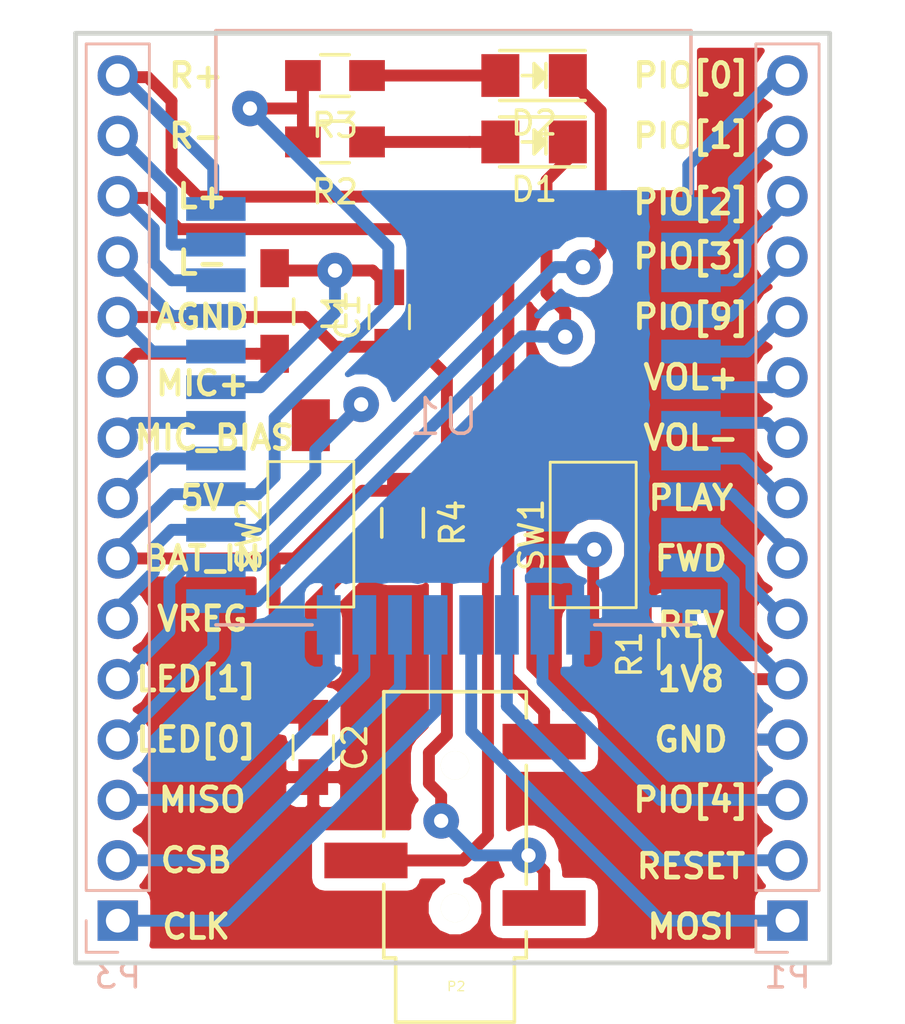
<source format=kicad_pcb>
(kicad_pcb (version 20170123) (host pcbnew no-vcs-found-9447181~59~ubuntu16.04.1)

  (general
    (thickness 1.6)
    (drawings 34)
    (tracks 216)
    (zones 0)
    (modules 15)
    (nets 35)
  )

  (page A4)
  (layers
    (0 F.Cu signal)
    (31 B.Cu signal)
    (32 B.Adhes user)
    (33 F.Adhes user)
    (34 B.Paste user)
    (35 F.Paste user)
    (36 B.SilkS user)
    (37 F.SilkS user)
    (38 B.Mask user)
    (39 F.Mask user)
    (40 Dwgs.User user)
    (41 Cmts.User user)
    (42 Eco1.User user)
    (43 Eco2.User user)
    (44 Edge.Cuts user)
    (45 Margin user)
    (46 B.CrtYd user)
    (47 F.CrtYd user)
    (48 B.Fab user)
    (49 F.Fab user)
  )

  (setup
    (last_trace_width 0.5)
    (trace_clearance 0.25)
    (zone_clearance 0.508)
    (zone_45_only no)
    (trace_min 0.2)
    (segment_width 0.2)
    (edge_width 0.1)
    (via_size 1.5)
    (via_drill 0.6)
    (via_min_size 0.4)
    (via_min_drill 0.3)
    (uvia_size 0.3)
    (uvia_drill 0.1)
    (uvias_allowed no)
    (uvia_min_size 0.2)
    (uvia_min_drill 0.1)
    (pcb_text_width 0.3)
    (pcb_text_size 1.5 1.5)
    (mod_edge_width 0.15)
    (mod_text_size 1 1)
    (mod_text_width 0.15)
    (pad_size 2.032 1.7272)
    (pad_drill 1.016)
    (pad_to_mask_clearance 0)
    (aux_axis_origin 0 0)
    (visible_elements FFFFFF1F)
    (pcbplotparams
      (layerselection 0x00030_80000001)
      (usegerberextensions false)
      (excludeedgelayer true)
      (linewidth 0.600000)
      (plotframeref false)
      (viasonmask false)
      (mode 1)
      (useauxorigin false)
      (hpglpennumber 1)
      (hpglpenspeed 20)
      (hpglpendiameter 15)
      (psnegative false)
      (psa4output false)
      (plotreference true)
      (plotvalue true)
      (plotinvisibletext false)
      (padsonsilk false)
      (subtractmaskfromsilk false)
      (outputformat 1)
      (mirror false)
      (drillshape 1)
      (scaleselection 1)
      (outputdirectory ""))
  )

  (net 0 "")
  (net 1 "Net-(P1-Pad1)")
  (net 2 "Net-(P1-Pad2)")
  (net 3 "Net-(P1-Pad3)")
  (net 4 "Net-(P1-Pad6)")
  (net 5 "Net-(P1-Pad7)")
  (net 6 "Net-(P1-Pad8)")
  (net 7 "Net-(P1-Pad9)")
  (net 8 "Net-(P1-Pad10)")
  (net 9 "Net-(P1-Pad11)")
  (net 10 "Net-(P1-Pad12)")
  (net 11 "Net-(P1-Pad13)")
  (net 12 "Net-(P1-Pad14)")
  (net 13 "Net-(P1-Pad15)")
  (net 14 "Net-(P2-Pad5)")
  (net 15 "Net-(P2-Pad2)")
  (net 16 "Net-(P3-Pad1)")
  (net 17 "Net-(P3-Pad2)")
  (net 18 "Net-(P3-Pad3)")
  (net 19 "Net-(P3-Pad9)")
  (net 20 "Net-(C1-Pad2)")
  (net 21 "Net-(C1-Pad1)")
  (net 22 "Net-(C2-Pad1)")
  (net 23 "Net-(D1-Pad2)")
  (net 24 "Net-(D1-Pad1)")
  (net 25 "Net-(D2-Pad1)")
  (net 26 "Net-(D2-Pad2)")
  (net 27 "Net-(L1-Pad2)")
  (net 28 "Net-(R4-Pad2)")
  (net 29 GND)
  (net 30 "Net-(P1-Pad5)")
  (net 31 "Net-(P3-Pad6)")
  (net 32 "Net-(P3-Pad8)")
  (net 33 "Net-(P3-Pad12)")
  (net 34 "Net-(P3-Pad14)")

  (net_class Default "This is the default net class."
    (clearance 0.25)
    (trace_width 0.5)
    (via_dia 1.5)
    (via_drill 0.6)
    (uvia_dia 0.3)
    (uvia_drill 0.1)
    (add_net GND)
    (add_net "Net-(C1-Pad1)")
    (add_net "Net-(C1-Pad2)")
    (add_net "Net-(C2-Pad1)")
    (add_net "Net-(D1-Pad1)")
    (add_net "Net-(D1-Pad2)")
    (add_net "Net-(D2-Pad1)")
    (add_net "Net-(D2-Pad2)")
    (add_net "Net-(L1-Pad2)")
    (add_net "Net-(P1-Pad1)")
    (add_net "Net-(P1-Pad10)")
    (add_net "Net-(P1-Pad11)")
    (add_net "Net-(P1-Pad12)")
    (add_net "Net-(P1-Pad13)")
    (add_net "Net-(P1-Pad14)")
    (add_net "Net-(P1-Pad15)")
    (add_net "Net-(P1-Pad2)")
    (add_net "Net-(P1-Pad3)")
    (add_net "Net-(P1-Pad5)")
    (add_net "Net-(P1-Pad6)")
    (add_net "Net-(P1-Pad7)")
    (add_net "Net-(P1-Pad8)")
    (add_net "Net-(P1-Pad9)")
    (add_net "Net-(P2-Pad2)")
    (add_net "Net-(P2-Pad5)")
    (add_net "Net-(P3-Pad1)")
    (add_net "Net-(P3-Pad12)")
    (add_net "Net-(P3-Pad14)")
    (add_net "Net-(P3-Pad2)")
    (add_net "Net-(P3-Pad3)")
    (add_net "Net-(P3-Pad6)")
    (add_net "Net-(P3-Pad8)")
    (add_net "Net-(P3-Pad9)")
    (add_net "Net-(R4-Pad2)")
  )

  (module jacks:3.5mm_stereo_jack_PJ320B (layer F.Cu) (tedit 56E198E2) (tstamp 57DF0313)
    (at 158.9786 122.6566 180)
    (path /55EC6792)
    (fp_text reference P2 (at -0.05 -3.3 180) (layer F.SilkS)
      (effects (font (size 0.39878 0.39878) (thickness 0.0508)))
    )
    (fp_text value CONN_01X05 (at 0.11 2.15 270) (layer F.SilkS) hide
      (effects (font (thickness 0.3048)))
    )
    (fp_line (start 3 3) (end 3 9.1) (layer F.SilkS) (width 0.15))
    (fp_line (start 3 9.1) (end -3 9.1) (layer F.SilkS) (width 0.15))
    (fp_line (start -3 9.1) (end -3 8) (layer F.SilkS) (width 0.15))
    (fp_line (start -3 1) (end -3 6) (layer F.SilkS) (width 0.15))
    (fp_line (start -3 -1) (end -3 -2.1) (layer F.SilkS) (width 0.15))
    (fp_line (start -3 -2.1) (end -2.5 -2.1) (layer F.SilkS) (width 0.15))
    (fp_line (start -2.5 -2.1) (end -2.5 -4.8) (layer F.SilkS) (width 0.15))
    (fp_line (start -2.5 -4.8) (end 2.5 -4.8) (layer F.SilkS) (width 0.15))
    (fp_line (start 2.5 -4.8) (end 2.5 -2.1) (layer F.SilkS) (width 0.15))
    (fp_line (start 2.5 -2.1) (end 3 -2.1) (layer F.SilkS) (width 0.15))
    (fp_line (start 3 -2.1) (end 3 1) (layer F.SilkS) (width 0.15))
    (pad "" np_thru_hole circle (at 0 6 180) (size 1.2 1.2) (drill 1.2) (layers *.Cu *.Mask F.SilkS))
    (pad 5 smd rect (at -3.75 7 180) (size 3.5 1.5) (layers F.Cu F.Paste F.Mask)
      (net 14 "Net-(P2-Pad5)"))
    (pad 2 smd rect (at 3.75 2 180) (size 3.5 1.5) (layers F.Cu F.Paste F.Mask)
      (net 15 "Net-(P2-Pad2)"))
    (pad 1 smd rect (at -3.75 0 180) (size 3.5 1.5) (layers F.Cu F.Paste F.Mask)
      (net 21 "Net-(C1-Pad1)"))
    (pad "" np_thru_hole circle (at 0 0 180) (size 1.2 1.2) (drill 1.2) (layers *.Cu *.Mask F.SilkS))
  )

  (module modules:MB-CM15113 (layer B.Cu) (tedit 567337EC) (tstamp 55EC7A56)
    (at 168.91 110.744 180)
    (path /55EC62E4)
    (fp_text reference U1 (at 10.4 8.75 180) (layer B.SilkS)
      (effects (font (size 1.5 1.5) (thickness 0.15)) (justify mirror))
    )
    (fp_text value MB-CM15113 (at 10 13.45 180) (layer B.Fab)
      (effects (font (size 1.5 1.5) (thickness 0.15)) (justify mirror))
    )
    (fp_line (start 20 18.2) (end 20 25) (layer B.SilkS) (width 0.15))
    (fp_line (start 20 25) (end 0 25) (layer B.SilkS) (width 0.15))
    (fp_line (start 0 25) (end 0 18.15) (layer B.SilkS) (width 0.15))
    (fp_line (start 20 0) (end 15.95 0) (layer B.SilkS) (width 0.15))
    (fp_line (start 0 0) (end 4.05 0) (layer B.SilkS) (width 0.15))
    (pad 1 smd rect (at 0 17.5 180) (size 2.5 1) (layers B.Cu B.Paste B.Mask)
      (net 13 "Net-(P1-Pad15)"))
    (pad 2 smd rect (at 0 16 180) (size 2.5 1) (layers B.Cu B.Paste B.Mask)
      (net 12 "Net-(P1-Pad14)"))
    (pad 3 smd rect (at 0 14.5 180) (size 2.5 1) (layers B.Cu B.Paste B.Mask)
      (net 11 "Net-(P1-Pad13)"))
    (pad 4 smd rect (at 0 13 180) (size 2.5 1) (layers B.Cu B.Paste B.Mask)
      (net 10 "Net-(P1-Pad12)"))
    (pad 5 smd rect (at 0 11.5 180) (size 2.5 1) (layers B.Cu B.Paste B.Mask)
      (net 9 "Net-(P1-Pad11)"))
    (pad 6 smd rect (at 0 10 180) (size 2.5 1) (layers B.Cu B.Paste B.Mask)
      (net 8 "Net-(P1-Pad10)"))
    (pad 7 smd rect (at 0 8.5 180) (size 2.5 1) (layers B.Cu B.Paste B.Mask)
      (net 7 "Net-(P1-Pad9)"))
    (pad 8 smd rect (at 0 7 180) (size 2.5 1) (layers B.Cu B.Paste B.Mask)
      (net 6 "Net-(P1-Pad8)"))
    (pad 9 smd rect (at 0 5.5 180) (size 2.5 1) (layers B.Cu B.Paste B.Mask)
      (net 5 "Net-(P1-Pad7)"))
    (pad 10 smd rect (at 0 4 180) (size 2.5 1) (layers B.Cu B.Paste B.Mask)
      (net 4 "Net-(P1-Pad6)"))
    (pad 11 smd rect (at 0 2.5 180) (size 2.5 1) (layers B.Cu B.Paste B.Mask)
      (net 30 "Net-(P1-Pad5)"))
    (pad 12 smd rect (at 0 1 180) (size 2.5 1) (layers B.Cu B.Paste B.Mask)
      (net 29 GND))
    (pad 13 smd rect (at 4.75 0 180) (size 1 2.5) (layers B.Cu B.Paste B.Mask)
      (net 29 GND))
    (pad 14 smd rect (at 6.25 0 180) (size 1 2.5) (layers B.Cu B.Paste B.Mask)
      (net 3 "Net-(P1-Pad3)"))
    (pad 15 smd rect (at 7.75 0 180) (size 1 2.5) (layers B.Cu B.Paste B.Mask)
      (net 2 "Net-(P1-Pad2)"))
    (pad 16 smd rect (at 9.25 0 180) (size 1 2.5) (layers B.Cu B.Paste B.Mask)
      (net 1 "Net-(P1-Pad1)"))
    (pad 17 smd rect (at 10.75 0 180) (size 1 2.5) (layers B.Cu B.Paste B.Mask)
      (net 16 "Net-(P3-Pad1)"))
    (pad 18 smd rect (at 12.25 0 180) (size 1 2.5) (layers B.Cu B.Paste B.Mask)
      (net 17 "Net-(P3-Pad2)"))
    (pad 19 smd rect (at 13.75 0 180) (size 1 2.5) (layers B.Cu B.Paste B.Mask)
      (net 18 "Net-(P3-Pad3)"))
    (pad 20 smd rect (at 15.25 0 180) (size 1 2.5) (layers B.Cu B.Paste B.Mask)
      (net 29 GND))
    (pad 32 smd rect (at 20 17.5 180) (size 2.5 1) (layers B.Cu B.Paste B.Mask)
      (net 14 "Net-(P2-Pad5)"))
    (pad 31 smd rect (at 20 16 180) (size 2.5 1) (layers B.Cu B.Paste B.Mask)
      (net 34 "Net-(P3-Pad14)"))
    (pad 30 smd rect (at 20 14.5 180) (size 2.5 1) (layers B.Cu B.Paste B.Mask)
      (net 15 "Net-(P2-Pad2)"))
    (pad 29 smd rect (at 20 13 180) (size 2.5 1) (layers B.Cu B.Paste B.Mask)
      (net 33 "Net-(P3-Pad12)"))
    (pad 28 smd rect (at 20 11.5 180) (size 2.5 1) (layers B.Cu B.Paste B.Mask)
      (net 21 "Net-(C1-Pad1)"))
    (pad 27 smd rect (at 20 10 180) (size 2.5 1) (layers B.Cu B.Paste B.Mask)
      (net 20 "Net-(C1-Pad2)"))
    (pad 26 smd rect (at 20 8.5 180) (size 2.5 1) (layers B.Cu B.Paste B.Mask)
      (net 19 "Net-(P3-Pad9)"))
    (pad 25 smd rect (at 20 7 180) (size 2.5 1) (layers B.Cu B.Paste B.Mask)
      (net 32 "Net-(P3-Pad8)"))
    (pad 24 smd rect (at 20 5.5 180) (size 2.5 1) (layers B.Cu B.Paste B.Mask)
      (net 22 "Net-(C2-Pad1)"))
    (pad 23 smd rect (at 20 4 180) (size 2.5 1) (layers B.Cu B.Paste B.Mask)
      (net 31 "Net-(P3-Pad6)"))
    (pad 22 smd rect (at 20 2.5 180) (size 2.5 1) (layers B.Cu B.Paste B.Mask)
      (net 25 "Net-(D2-Pad1)"))
    (pad 21 smd rect (at 20 1 180) (size 2.5 1) (layers B.Cu B.Paste B.Mask)
      (net 24 "Net-(D1-Pad1)"))
  )

  (module Buttons_Switches_SMD:SW_SPST_FSMSM (layer F.Cu) (tedit 58723FBE) (tstamp 59A2D833)
    (at 152.908 106.934 90)
    (descr http://www.te.com/commerce/DocumentDelivery/DDEController?Action=srchrtrv&DocNm=1437566-3&DocType=Customer+Drawing&DocLang=English)
    (tags "SPST button tactile switch")
    (path /57ED00C6)
    (attr smd)
    (fp_text reference SW2 (at 0 -2.6 90) (layer F.SilkS)
      (effects (font (size 1 1) (thickness 0.15)))
    )
    (fp_text value ON/OFF (at 0 3 90) (layer F.Fab)
      (effects (font (size 1 1) (thickness 0.15)))
    )
    (fp_line (start -5.95 -2) (end 5.95 -2) (layer F.CrtYd) (width 0.05))
    (fp_line (start -5.95 -2) (end -5.95 2) (layer F.CrtYd) (width 0.05))
    (fp_line (start 3 -1.75) (end 3 1.75) (layer F.Fab) (width 0.1))
    (fp_line (start -3 -1.75) (end -3 1.75) (layer F.Fab) (width 0.1))
    (fp_line (start -3 -1.75) (end 3 -1.75) (layer F.Fab) (width 0.1))
    (fp_line (start -3 1.75) (end 3 1.75) (layer F.Fab) (width 0.1))
    (fp_line (start 5.95 -2) (end 5.95 2) (layer F.CrtYd) (width 0.05))
    (fp_line (start -5.95 2) (end 5.95 2) (layer F.CrtYd) (width 0.05))
    (fp_line (start -1.5 -0.8) (end -1.5 0.8) (layer F.Fab) (width 0.1))
    (fp_line (start 1.5 -0.8) (end 1.5 0.8) (layer F.Fab) (width 0.1))
    (fp_line (start -1.5 -0.8) (end 1.5 -0.8) (layer F.Fab) (width 0.1))
    (fp_line (start -1.5 0.8) (end 1.5 0.8) (layer F.Fab) (width 0.1))
    (fp_line (start -3.06 1.81) (end -3.06 -1.81) (layer F.SilkS) (width 0.12))
    (fp_line (start 3.06 1.81) (end -3.06 1.81) (layer F.SilkS) (width 0.12))
    (fp_line (start 3.06 -1.81) (end 3.06 1.81) (layer F.SilkS) (width 0.12))
    (fp_line (start -3.06 -1.81) (end 3.06 -1.81) (layer F.SilkS) (width 0.12))
    (fp_line (start -1.75 1) (end -1.75 -1) (layer F.Fab) (width 0.1))
    (fp_line (start 1.75 1) (end -1.75 1) (layer F.Fab) (width 0.1))
    (fp_line (start 1.75 -1) (end 1.75 1) (layer F.Fab) (width 0.1))
    (fp_line (start -1.75 -1) (end 1.75 -1) (layer F.Fab) (width 0.1))
    (fp_text user %R (at 0 -2.6 90) (layer F.Fab)
      (effects (font (size 1 1) (thickness 0.15)))
    )
    (pad 2 smd rect (at 4.59 0 90) (size 2.18 1.6) (layers F.Cu F.Paste F.Mask)
      (net 31 "Net-(P3-Pad6)"))
    (pad 1 smd rect (at -4.59 0 90) (size 2.18 1.6) (layers F.Cu F.Paste F.Mask)
      (net 28 "Net-(R4-Pad2)"))
    (model ${KISYS3DMOD}/Buttons_Switches_SMD.3dshapes/SW_SPST_FSMSM.wrl
      (at (xyz 0 0 0))
      (scale (xyz 1 1 1))
      (rotate (xyz 0 0 0))
    )
  )

  (module Buttons_Switches_SMD:SW_SPST_FSMSM (layer F.Cu) (tedit 58723FBE) (tstamp 59A2D818)
    (at 164.7952 106.9594 90)
    (descr http://www.te.com/commerce/DocumentDelivery/DDEController?Action=srchrtrv&DocNm=1437566-3&DocType=Customer+Drawing&DocLang=English)
    (tags "SPST button tactile switch")
    (path /57ED066C)
    (attr smd)
    (fp_text reference SW1 (at 0 -2.6 90) (layer F.SilkS)
      (effects (font (size 1 1) (thickness 0.15)))
    )
    (fp_text value RESET (at 0 3 90) (layer F.Fab)
      (effects (font (size 1 1) (thickness 0.15)))
    )
    (fp_text user %R (at 0 -2.6 90) (layer F.Fab)
      (effects (font (size 1 1) (thickness 0.15)))
    )
    (fp_line (start -1.75 -1) (end 1.75 -1) (layer F.Fab) (width 0.1))
    (fp_line (start 1.75 -1) (end 1.75 1) (layer F.Fab) (width 0.1))
    (fp_line (start 1.75 1) (end -1.75 1) (layer F.Fab) (width 0.1))
    (fp_line (start -1.75 1) (end -1.75 -1) (layer F.Fab) (width 0.1))
    (fp_line (start -3.06 -1.81) (end 3.06 -1.81) (layer F.SilkS) (width 0.12))
    (fp_line (start 3.06 -1.81) (end 3.06 1.81) (layer F.SilkS) (width 0.12))
    (fp_line (start 3.06 1.81) (end -3.06 1.81) (layer F.SilkS) (width 0.12))
    (fp_line (start -3.06 1.81) (end -3.06 -1.81) (layer F.SilkS) (width 0.12))
    (fp_line (start -1.5 0.8) (end 1.5 0.8) (layer F.Fab) (width 0.1))
    (fp_line (start -1.5 -0.8) (end 1.5 -0.8) (layer F.Fab) (width 0.1))
    (fp_line (start 1.5 -0.8) (end 1.5 0.8) (layer F.Fab) (width 0.1))
    (fp_line (start -1.5 -0.8) (end -1.5 0.8) (layer F.Fab) (width 0.1))
    (fp_line (start -5.95 2) (end 5.95 2) (layer F.CrtYd) (width 0.05))
    (fp_line (start 5.95 -2) (end 5.95 2) (layer F.CrtYd) (width 0.05))
    (fp_line (start -3 1.75) (end 3 1.75) (layer F.Fab) (width 0.1))
    (fp_line (start -3 -1.75) (end 3 -1.75) (layer F.Fab) (width 0.1))
    (fp_line (start -3 -1.75) (end -3 1.75) (layer F.Fab) (width 0.1))
    (fp_line (start 3 -1.75) (end 3 1.75) (layer F.Fab) (width 0.1))
    (fp_line (start -5.95 -2) (end -5.95 2) (layer F.CrtYd) (width 0.05))
    (fp_line (start -5.95 -2) (end 5.95 -2) (layer F.CrtYd) (width 0.05))
    (pad 1 smd rect (at -4.59 0 90) (size 2.18 1.6) (layers F.Cu F.Paste F.Mask)
      (net 2 "Net-(P1-Pad2)"))
    (pad 2 smd rect (at 4.59 0 90) (size 2.18 1.6) (layers F.Cu F.Paste F.Mask)
      (net 29 GND))
    (model ${KISYS3DMOD}/Buttons_Switches_SMD.3dshapes/SW_SPST_FSMSM.wrl
      (at (xyz 0 0 0))
      (scale (xyz 1 1 1))
      (rotate (xyz 0 0 0))
    )
  )

  (module Capacitors_SMD:C_0805_HandSoldering (layer F.Cu) (tedit 58AA84A8) (tstamp 59A2D786)
    (at 156.21 97.79 90)
    (descr "Capacitor SMD 0805, hand soldering")
    (tags "capacitor 0805")
    (path /599EF23C)
    (attr smd)
    (fp_text reference C1 (at 0 -1.75 90) (layer F.SilkS)
      (effects (font (size 1 1) (thickness 0.15)))
    )
    (fp_text value 15pF (at 0 1.75 90) (layer F.Fab)
      (effects (font (size 1 1) (thickness 0.15)))
    )
    (fp_line (start 2.25 0.87) (end -2.25 0.87) (layer F.CrtYd) (width 0.05))
    (fp_line (start 2.25 0.87) (end 2.25 -0.88) (layer F.CrtYd) (width 0.05))
    (fp_line (start -2.25 -0.88) (end -2.25 0.87) (layer F.CrtYd) (width 0.05))
    (fp_line (start -2.25 -0.88) (end 2.25 -0.88) (layer F.CrtYd) (width 0.05))
    (fp_line (start -0.5 0.85) (end 0.5 0.85) (layer F.SilkS) (width 0.12))
    (fp_line (start 0.5 -0.85) (end -0.5 -0.85) (layer F.SilkS) (width 0.12))
    (fp_line (start -1 -0.62) (end 1 -0.62) (layer F.Fab) (width 0.1))
    (fp_line (start 1 -0.62) (end 1 0.62) (layer F.Fab) (width 0.1))
    (fp_line (start 1 0.62) (end -1 0.62) (layer F.Fab) (width 0.1))
    (fp_line (start -1 0.62) (end -1 -0.62) (layer F.Fab) (width 0.1))
    (fp_text user %R (at 0 -1.75 90) (layer F.Fab)
      (effects (font (size 1 1) (thickness 0.15)))
    )
    (pad 2 smd rect (at 1.25 0 90) (size 1.5 1.25) (layers F.Cu F.Paste F.Mask)
      (net 20 "Net-(C1-Pad2)"))
    (pad 1 smd rect (at -1.25 0 90) (size 1.5 1.25) (layers F.Cu F.Paste F.Mask)
      (net 21 "Net-(C1-Pad1)"))
    (model Capacitors_SMD.3dshapes/C_0805.wrl
      (at (xyz 0 0 0))
      (scale (xyz 1 1 1))
      (rotate (xyz 0 0 0))
    )
  )

  (module Capacitors_SMD:C_0805_HandSoldering (layer F.Cu) (tedit 58AA84A8) (tstamp 59A2D797)
    (at 153.0096 115.9002 270)
    (descr "Capacitor SMD 0805, hand soldering")
    (tags "capacitor 0805")
    (path /599EFBD4)
    (attr smd)
    (fp_text reference C2 (at 0 -1.75 270) (layer F.SilkS)
      (effects (font (size 1 1) (thickness 0.15)))
    )
    (fp_text value 100n (at 0 1.75 270) (layer F.Fab)
      (effects (font (size 1 1) (thickness 0.15)))
    )
    (fp_text user %R (at 0 -1.75 270) (layer F.Fab)
      (effects (font (size 1 1) (thickness 0.15)))
    )
    (fp_line (start -1 0.62) (end -1 -0.62) (layer F.Fab) (width 0.1))
    (fp_line (start 1 0.62) (end -1 0.62) (layer F.Fab) (width 0.1))
    (fp_line (start 1 -0.62) (end 1 0.62) (layer F.Fab) (width 0.1))
    (fp_line (start -1 -0.62) (end 1 -0.62) (layer F.Fab) (width 0.1))
    (fp_line (start 0.5 -0.85) (end -0.5 -0.85) (layer F.SilkS) (width 0.12))
    (fp_line (start -0.5 0.85) (end 0.5 0.85) (layer F.SilkS) (width 0.12))
    (fp_line (start -2.25 -0.88) (end 2.25 -0.88) (layer F.CrtYd) (width 0.05))
    (fp_line (start -2.25 -0.88) (end -2.25 0.87) (layer F.CrtYd) (width 0.05))
    (fp_line (start 2.25 0.87) (end 2.25 -0.88) (layer F.CrtYd) (width 0.05))
    (fp_line (start 2.25 0.87) (end -2.25 0.87) (layer F.CrtYd) (width 0.05))
    (pad 1 smd rect (at -1.25 0 270) (size 1.5 1.25) (layers F.Cu F.Paste F.Mask)
      (net 22 "Net-(C2-Pad1)"))
    (pad 2 smd rect (at 1.25 0 270) (size 1.5 1.25) (layers F.Cu F.Paste F.Mask)
      (net 29 GND))
    (model Capacitors_SMD.3dshapes/C_0805.wrl
      (at (xyz 0 0 0))
      (scale (xyz 1 1 1))
      (rotate (xyz 0 0 0))
    )
  )

  (module LEDs.pretty:LED-1206 (layer F.Cu) (tedit 55BDE2E8) (tstamp 59A2D7AD)
    (at 162.306 90.424 180)
    (descr "LED 1206 smd package")
    (tags "LED1206 SMD")
    (path /57ECF6CA)
    (attr smd)
    (fp_text reference D1 (at 0 -2 180) (layer F.SilkS)
      (effects (font (size 1 1) (thickness 0.15)))
    )
    (fp_text value D (at 0 2 180) (layer F.Fab)
      (effects (font (size 1 1) (thickness 0.15)))
    )
    (fp_line (start -2.15 1.05) (end 1.45 1.05) (layer F.SilkS) (width 0.15))
    (fp_line (start -2.15 -1.05) (end 1.45 -1.05) (layer F.SilkS) (width 0.15))
    (fp_line (start -0.1 -0.3) (end -0.1 0.3) (layer F.SilkS) (width 0.15))
    (fp_line (start -0.1 0.3) (end -0.4 0) (layer F.SilkS) (width 0.15))
    (fp_line (start -0.4 0) (end -0.2 -0.2) (layer F.SilkS) (width 0.15))
    (fp_line (start -0.2 -0.2) (end -0.2 0.05) (layer F.SilkS) (width 0.15))
    (fp_line (start -0.2 0.05) (end -0.25 0) (layer F.SilkS) (width 0.15))
    (fp_line (start -0.5 -0.5) (end -0.5 0.5) (layer F.SilkS) (width 0.15))
    (fp_line (start 0 0) (end 0.5 0) (layer F.SilkS) (width 0.15))
    (fp_line (start -0.5 0) (end 0 -0.5) (layer F.SilkS) (width 0.15))
    (fp_line (start 0 -0.5) (end 0 0.5) (layer F.SilkS) (width 0.15))
    (fp_line (start 0 0.5) (end -0.5 0) (layer F.SilkS) (width 0.15))
    (fp_line (start 2.5 -1.25) (end -2.5 -1.25) (layer F.CrtYd) (width 0.05))
    (fp_line (start -2.5 -1.25) (end -2.5 1.25) (layer F.CrtYd) (width 0.05))
    (fp_line (start -2.5 1.25) (end 2.5 1.25) (layer F.CrtYd) (width 0.05))
    (fp_line (start 2.5 1.25) (end 2.5 -1.25) (layer F.CrtYd) (width 0.05))
    (pad 2 smd rect (at 1.41986 0) (size 1.59766 1.80086) (layers F.Cu F.Paste F.Mask)
      (net 23 "Net-(D1-Pad2)"))
    (pad 1 smd rect (at -1.41986 0) (size 1.59766 1.80086) (layers F.Cu F.Paste F.Mask)
      (net 24 "Net-(D1-Pad1)"))
  )

  (module LEDs.pretty:LED-1206 (layer F.Cu) (tedit 55BDE2E8) (tstamp 59A2D7C3)
    (at 162.306 87.63 180)
    (descr "LED 1206 smd package")
    (tags "LED1206 SMD")
    (path /57ECF843)
    (attr smd)
    (fp_text reference D2 (at 0 -2 180) (layer F.SilkS)
      (effects (font (size 1 1) (thickness 0.15)))
    )
    (fp_text value D (at 0 2 180) (layer F.Fab)
      (effects (font (size 1 1) (thickness 0.15)))
    )
    (fp_line (start 2.5 1.25) (end 2.5 -1.25) (layer F.CrtYd) (width 0.05))
    (fp_line (start -2.5 1.25) (end 2.5 1.25) (layer F.CrtYd) (width 0.05))
    (fp_line (start -2.5 -1.25) (end -2.5 1.25) (layer F.CrtYd) (width 0.05))
    (fp_line (start 2.5 -1.25) (end -2.5 -1.25) (layer F.CrtYd) (width 0.05))
    (fp_line (start 0 0.5) (end -0.5 0) (layer F.SilkS) (width 0.15))
    (fp_line (start 0 -0.5) (end 0 0.5) (layer F.SilkS) (width 0.15))
    (fp_line (start -0.5 0) (end 0 -0.5) (layer F.SilkS) (width 0.15))
    (fp_line (start 0 0) (end 0.5 0) (layer F.SilkS) (width 0.15))
    (fp_line (start -0.5 -0.5) (end -0.5 0.5) (layer F.SilkS) (width 0.15))
    (fp_line (start -0.2 0.05) (end -0.25 0) (layer F.SilkS) (width 0.15))
    (fp_line (start -0.2 -0.2) (end -0.2 0.05) (layer F.SilkS) (width 0.15))
    (fp_line (start -0.4 0) (end -0.2 -0.2) (layer F.SilkS) (width 0.15))
    (fp_line (start -0.1 0.3) (end -0.4 0) (layer F.SilkS) (width 0.15))
    (fp_line (start -0.1 -0.3) (end -0.1 0.3) (layer F.SilkS) (width 0.15))
    (fp_line (start -2.15 -1.05) (end 1.45 -1.05) (layer F.SilkS) (width 0.15))
    (fp_line (start -2.15 1.05) (end 1.45 1.05) (layer F.SilkS) (width 0.15))
    (pad 1 smd rect (at -1.41986 0) (size 1.59766 1.80086) (layers F.Cu F.Paste F.Mask)
      (net 25 "Net-(D2-Pad1)"))
    (pad 2 smd rect (at 1.41986 0) (size 1.59766 1.80086) (layers F.Cu F.Paste F.Mask)
      (net 26 "Net-(D2-Pad2)"))
  )

  (module Choke_SMD:Choke_SMD_1206_Standard (layer F.Cu) (tedit 0) (tstamp 59A2D7CD)
    (at 151.384 97.536 270)
    (descr "Choke, Drossel, SMD, 1206, Standard,")
    (tags "Choke, Drossel, SMD, 1206, Standard,")
    (path /599EED00)
    (attr smd)
    (fp_text reference L1 (at 0 -2.54 270) (layer F.SilkS)
      (effects (font (size 1 1) (thickness 0.15)))
    )
    (fp_text value 15nH (at 0 2.54 270) (layer F.Fab)
      (effects (font (size 1 1) (thickness 0.15)))
    )
    (fp_line (start 0.55118 -0.8001) (end -0.50038 -0.8001) (layer F.SilkS) (width 0.15))
    (fp_line (start -0.55118 0.8001) (end 0.50038 0.8001) (layer F.SilkS) (width 0.15))
    (fp_circle (center 0 0) (end 0.20066 -0.0508) (layer F.Adhes) (width 0.381))
    (fp_circle (center 0 0) (end 0.39878 0) (layer F.Adhes) (width 0.381))
    (pad 2 smd rect (at 1.80086 0 270) (size 1.6002 1.19888) (layers F.Cu F.Paste F.Mask)
      (net 27 "Net-(L1-Pad2)"))
    (pad 1 smd rect (at -1.80086 0 270) (size 1.6002 1.19888) (layers F.Cu F.Paste F.Mask)
      (net 20 "Net-(C1-Pad2)"))
  )

  (module Resistors_SMD.pretty:R_0805_HandSoldering (layer F.Cu) (tedit 54189DEE) (tstamp 59A2D7D9)
    (at 168.4274 111.9886 90)
    (descr "Resistor SMD 0805, hand soldering")
    (tags "resistor 0805")
    (path /57ED0675)
    (attr smd)
    (fp_text reference R1 (at 0 -2.1 90) (layer F.SilkS)
      (effects (font (size 1 1) (thickness 0.15)))
    )
    (fp_text value 10k (at 0 2.1 90) (layer F.Fab)
      (effects (font (size 1 1) (thickness 0.15)))
    )
    (fp_line (start -0.6 -0.875) (end 0.6 -0.875) (layer F.SilkS) (width 0.15))
    (fp_line (start 0.6 0.875) (end -0.6 0.875) (layer F.SilkS) (width 0.15))
    (fp_line (start 2.4 -1) (end 2.4 1) (layer F.CrtYd) (width 0.05))
    (fp_line (start -2.4 -1) (end -2.4 1) (layer F.CrtYd) (width 0.05))
    (fp_line (start -2.4 1) (end 2.4 1) (layer F.CrtYd) (width 0.05))
    (fp_line (start -2.4 -1) (end 2.4 -1) (layer F.CrtYd) (width 0.05))
    (pad 2 smd rect (at 1.35 0 90) (size 1.5 1.3) (layers F.Cu F.Paste F.Mask)
      (net 2 "Net-(P1-Pad2)"))
    (pad 1 smd rect (at -1.35 0 90) (size 1.5 1.3) (layers F.Cu F.Paste F.Mask)
      (net 30 "Net-(P1-Pad5)"))
    (model Resistors_SMD.3dshapes/R_0805_HandSoldering.wrl
      (at (xyz 0 0 0))
      (scale (xyz 1 1 1))
      (rotate (xyz 0 0 0))
    )
  )

  (module Resistors_SMD.pretty:R_0805_HandSoldering (layer F.Cu) (tedit 54189DEE) (tstamp 59A2D7E5)
    (at 153.924 90.424 180)
    (descr "Resistor SMD 0805, hand soldering")
    (tags "resistor 0805")
    (path /57ECF44A)
    (attr smd)
    (fp_text reference R2 (at 0 -2.1 180) (layer F.SilkS)
      (effects (font (size 1 1) (thickness 0.15)))
    )
    (fp_text value 470 (at 0 2.1 180) (layer F.Fab)
      (effects (font (size 1 1) (thickness 0.15)))
    )
    (fp_line (start -2.4 -1) (end 2.4 -1) (layer F.CrtYd) (width 0.05))
    (fp_line (start -2.4 1) (end 2.4 1) (layer F.CrtYd) (width 0.05))
    (fp_line (start -2.4 -1) (end -2.4 1) (layer F.CrtYd) (width 0.05))
    (fp_line (start 2.4 -1) (end 2.4 1) (layer F.CrtYd) (width 0.05))
    (fp_line (start 0.6 0.875) (end -0.6 0.875) (layer F.SilkS) (width 0.15))
    (fp_line (start -0.6 -0.875) (end 0.6 -0.875) (layer F.SilkS) (width 0.15))
    (pad 1 smd rect (at -1.35 0 180) (size 1.5 1.3) (layers F.Cu F.Paste F.Mask)
      (net 23 "Net-(D1-Pad2)"))
    (pad 2 smd rect (at 1.35 0 180) (size 1.5 1.3) (layers F.Cu F.Paste F.Mask)
      (net 22 "Net-(C2-Pad1)"))
    (model Resistors_SMD.3dshapes/R_0805_HandSoldering.wrl
      (at (xyz 0 0 0))
      (scale (xyz 1 1 1))
      (rotate (xyz 0 0 0))
    )
  )

  (module Resistors_SMD.pretty:R_0805_HandSoldering (layer F.Cu) (tedit 54189DEE) (tstamp 59A2D7F1)
    (at 153.924 87.63 180)
    (descr "Resistor SMD 0805, hand soldering")
    (tags "resistor 0805")
    (path /57ECF4C4)
    (attr smd)
    (fp_text reference R3 (at 0 -2.1 180) (layer F.SilkS)
      (effects (font (size 1 1) (thickness 0.15)))
    )
    (fp_text value 470 (at 0 2.1 180) (layer F.Fab)
      (effects (font (size 1 1) (thickness 0.15)))
    )
    (fp_line (start -0.6 -0.875) (end 0.6 -0.875) (layer F.SilkS) (width 0.15))
    (fp_line (start 0.6 0.875) (end -0.6 0.875) (layer F.SilkS) (width 0.15))
    (fp_line (start 2.4 -1) (end 2.4 1) (layer F.CrtYd) (width 0.05))
    (fp_line (start -2.4 -1) (end -2.4 1) (layer F.CrtYd) (width 0.05))
    (fp_line (start -2.4 1) (end 2.4 1) (layer F.CrtYd) (width 0.05))
    (fp_line (start -2.4 -1) (end 2.4 -1) (layer F.CrtYd) (width 0.05))
    (pad 2 smd rect (at 1.35 0 180) (size 1.5 1.3) (layers F.Cu F.Paste F.Mask)
      (net 22 "Net-(C2-Pad1)"))
    (pad 1 smd rect (at -1.35 0 180) (size 1.5 1.3) (layers F.Cu F.Paste F.Mask)
      (net 26 "Net-(D2-Pad2)"))
    (model Resistors_SMD.3dshapes/R_0805_HandSoldering.wrl
      (at (xyz 0 0 0))
      (scale (xyz 1 1 1))
      (rotate (xyz 0 0 0))
    )
  )

  (module Resistors_SMD.pretty:R_0805_HandSoldering (layer F.Cu) (tedit 54189DEE) (tstamp 59A2D7FD)
    (at 156.7688 106.4514 270)
    (descr "Resistor SMD 0805, hand soldering")
    (tags "resistor 0805")
    (path /57ED0215)
    (attr smd)
    (fp_text reference R4 (at 0 -2.1 270) (layer F.SilkS)
      (effects (font (size 1 1) (thickness 0.15)))
    )
    (fp_text value 10k (at 0 2.1 270) (layer F.Fab)
      (effects (font (size 1 1) (thickness 0.15)))
    )
    (fp_line (start -2.4 -1) (end 2.4 -1) (layer F.CrtYd) (width 0.05))
    (fp_line (start -2.4 1) (end 2.4 1) (layer F.CrtYd) (width 0.05))
    (fp_line (start -2.4 -1) (end -2.4 1) (layer F.CrtYd) (width 0.05))
    (fp_line (start 2.4 -1) (end 2.4 1) (layer F.CrtYd) (width 0.05))
    (fp_line (start 0.6 0.875) (end -0.6 0.875) (layer F.SilkS) (width 0.15))
    (fp_line (start -0.6 -0.875) (end 0.6 -0.875) (layer F.SilkS) (width 0.15))
    (pad 1 smd rect (at -1.35 0 270) (size 1.5 1.3) (layers F.Cu F.Paste F.Mask)
      (net 22 "Net-(C2-Pad1)"))
    (pad 2 smd rect (at 1.35 0 270) (size 1.5 1.3) (layers F.Cu F.Paste F.Mask)
      (net 28 "Net-(R4-Pad2)"))
    (model Resistors_SMD.3dshapes/R_0805_HandSoldering.wrl
      (at (xyz 0 0 0))
      (scale (xyz 1 1 1))
      (rotate (xyz 0 0 0))
    )
  )

  (module Pin_Headers:Pin_Header_Straight_1x15_Pitch2.54mm (layer B.Cu) (tedit 59650532) (tstamp 59A6E519)
    (at 172.974 123.19)
    (descr "Through hole straight pin header, 1x15, 2.54mm pitch, single row")
    (tags "Through hole pin header THT 1x15 2.54mm single row")
    (path /55EC634B)
    (fp_text reference P1 (at 0 2.33) (layer B.SilkS)
      (effects (font (size 1 1) (thickness 0.15)) (justify mirror))
    )
    (fp_text value CONN_01X15 (at 0 -37.89) (layer B.Fab)
      (effects (font (size 1 1) (thickness 0.15)) (justify mirror))
    )
    (fp_text user %R (at 0 -17.78 -90) (layer B.Fab)
      (effects (font (size 1 1) (thickness 0.15)) (justify mirror))
    )
    (fp_line (start 1.8 1.8) (end -1.8 1.8) (layer B.CrtYd) (width 0.05))
    (fp_line (start 1.8 -37.35) (end 1.8 1.8) (layer B.CrtYd) (width 0.05))
    (fp_line (start -1.8 -37.35) (end 1.8 -37.35) (layer B.CrtYd) (width 0.05))
    (fp_line (start -1.8 1.8) (end -1.8 -37.35) (layer B.CrtYd) (width 0.05))
    (fp_line (start -1.33 1.33) (end 0 1.33) (layer B.SilkS) (width 0.12))
    (fp_line (start -1.33 0) (end -1.33 1.33) (layer B.SilkS) (width 0.12))
    (fp_line (start -1.33 -1.27) (end 1.33 -1.27) (layer B.SilkS) (width 0.12))
    (fp_line (start 1.33 -1.27) (end 1.33 -36.89) (layer B.SilkS) (width 0.12))
    (fp_line (start -1.33 -1.27) (end -1.33 -36.89) (layer B.SilkS) (width 0.12))
    (fp_line (start -1.33 -36.89) (end 1.33 -36.89) (layer B.SilkS) (width 0.12))
    (fp_line (start -1.27 0.635) (end -0.635 1.27) (layer B.Fab) (width 0.1))
    (fp_line (start -1.27 -36.83) (end -1.27 0.635) (layer B.Fab) (width 0.1))
    (fp_line (start 1.27 -36.83) (end -1.27 -36.83) (layer B.Fab) (width 0.1))
    (fp_line (start 1.27 1.27) (end 1.27 -36.83) (layer B.Fab) (width 0.1))
    (fp_line (start -0.635 1.27) (end 1.27 1.27) (layer B.Fab) (width 0.1))
    (pad 15 thru_hole oval (at 0 -35.56) (size 1.7 1.7) (drill 1) (layers *.Cu *.Mask)
      (net 13 "Net-(P1-Pad15)"))
    (pad 14 thru_hole oval (at 0 -33.02) (size 1.7 1.7) (drill 1) (layers *.Cu *.Mask)
      (net 12 "Net-(P1-Pad14)"))
    (pad 13 thru_hole oval (at 0 -30.48) (size 1.7 1.7) (drill 1) (layers *.Cu *.Mask)
      (net 11 "Net-(P1-Pad13)"))
    (pad 12 thru_hole oval (at 0 -27.94) (size 1.7 1.7) (drill 1) (layers *.Cu *.Mask)
      (net 10 "Net-(P1-Pad12)"))
    (pad 11 thru_hole oval (at 0 -25.4) (size 1.7 1.7) (drill 1) (layers *.Cu *.Mask)
      (net 9 "Net-(P1-Pad11)"))
    (pad 10 thru_hole oval (at 0 -22.86) (size 1.7 1.7) (drill 1) (layers *.Cu *.Mask)
      (net 8 "Net-(P1-Pad10)"))
    (pad 9 thru_hole oval (at 0 -20.32) (size 1.7 1.7) (drill 1) (layers *.Cu *.Mask)
      (net 7 "Net-(P1-Pad9)"))
    (pad 8 thru_hole oval (at 0 -17.78) (size 1.7 1.7) (drill 1) (layers *.Cu *.Mask)
      (net 6 "Net-(P1-Pad8)"))
    (pad 7 thru_hole oval (at 0 -15.24) (size 1.7 1.7) (drill 1) (layers *.Cu *.Mask)
      (net 5 "Net-(P1-Pad7)"))
    (pad 6 thru_hole oval (at 0 -12.7) (size 1.7 1.7) (drill 1) (layers *.Cu *.Mask)
      (net 4 "Net-(P1-Pad6)"))
    (pad 5 thru_hole oval (at 0 -10.16) (size 1.7 1.7) (drill 1) (layers *.Cu *.Mask)
      (net 30 "Net-(P1-Pad5)"))
    (pad 4 thru_hole oval (at 0 -7.62) (size 1.7 1.7) (drill 1) (layers *.Cu *.Mask)
      (net 29 GND))
    (pad 3 thru_hole oval (at 0 -5.08) (size 1.7 1.7) (drill 1) (layers *.Cu *.Mask)
      (net 3 "Net-(P1-Pad3)"))
    (pad 2 thru_hole oval (at 0 -2.54) (size 1.7 1.7) (drill 1) (layers *.Cu *.Mask)
      (net 2 "Net-(P1-Pad2)"))
    (pad 1 thru_hole rect (at 0 0) (size 1.7 1.7) (drill 1) (layers *.Cu *.Mask)
      (net 1 "Net-(P1-Pad1)"))
    (model ${KISYS3DMOD}/Pin_Headers.3dshapes/Pin_Header_Straight_1x15_Pitch2.54mm.wrl
      (at (xyz 0 0 0))
      (scale (xyz 1 1 1))
      (rotate (xyz 0 0 0))
    )
  )

  (module Pin_Headers:Pin_Header_Straight_1x15_Pitch2.54mm (layer B.Cu) (tedit 59650532) (tstamp 59A6E53B)
    (at 144.78 123.19)
    (descr "Through hole straight pin header, 1x15, 2.54mm pitch, single row")
    (tags "Through hole pin header THT 1x15 2.54mm single row")
    (path /55EC639E)
    (fp_text reference P3 (at 0 2.33) (layer B.SilkS)
      (effects (font (size 1 1) (thickness 0.15)) (justify mirror))
    )
    (fp_text value CONN_01X15 (at 0 -37.89) (layer B.Fab)
      (effects (font (size 1 1) (thickness 0.15)) (justify mirror))
    )
    (fp_line (start -0.635 1.27) (end 1.27 1.27) (layer B.Fab) (width 0.1))
    (fp_line (start 1.27 1.27) (end 1.27 -36.83) (layer B.Fab) (width 0.1))
    (fp_line (start 1.27 -36.83) (end -1.27 -36.83) (layer B.Fab) (width 0.1))
    (fp_line (start -1.27 -36.83) (end -1.27 0.635) (layer B.Fab) (width 0.1))
    (fp_line (start -1.27 0.635) (end -0.635 1.27) (layer B.Fab) (width 0.1))
    (fp_line (start -1.33 -36.89) (end 1.33 -36.89) (layer B.SilkS) (width 0.12))
    (fp_line (start -1.33 -1.27) (end -1.33 -36.89) (layer B.SilkS) (width 0.12))
    (fp_line (start 1.33 -1.27) (end 1.33 -36.89) (layer B.SilkS) (width 0.12))
    (fp_line (start -1.33 -1.27) (end 1.33 -1.27) (layer B.SilkS) (width 0.12))
    (fp_line (start -1.33 0) (end -1.33 1.33) (layer B.SilkS) (width 0.12))
    (fp_line (start -1.33 1.33) (end 0 1.33) (layer B.SilkS) (width 0.12))
    (fp_line (start -1.8 1.8) (end -1.8 -37.35) (layer B.CrtYd) (width 0.05))
    (fp_line (start -1.8 -37.35) (end 1.8 -37.35) (layer B.CrtYd) (width 0.05))
    (fp_line (start 1.8 -37.35) (end 1.8 1.8) (layer B.CrtYd) (width 0.05))
    (fp_line (start 1.8 1.8) (end -1.8 1.8) (layer B.CrtYd) (width 0.05))
    (fp_text user %R (at 0 -17.78 -90) (layer B.Fab)
      (effects (font (size 1 1) (thickness 0.15)) (justify mirror))
    )
    (pad 1 thru_hole rect (at 0 0) (size 1.7 1.7) (drill 1) (layers *.Cu *.Mask)
      (net 16 "Net-(P3-Pad1)"))
    (pad 2 thru_hole oval (at 0 -2.54) (size 1.7 1.7) (drill 1) (layers *.Cu *.Mask)
      (net 17 "Net-(P3-Pad2)"))
    (pad 3 thru_hole oval (at 0 -5.08) (size 1.7 1.7) (drill 1) (layers *.Cu *.Mask)
      (net 18 "Net-(P3-Pad3)"))
    (pad 4 thru_hole oval (at 0 -7.62) (size 1.7 1.7) (drill 1) (layers *.Cu *.Mask)
      (net 24 "Net-(D1-Pad1)"))
    (pad 5 thru_hole oval (at 0 -10.16) (size 1.7 1.7) (drill 1) (layers *.Cu *.Mask)
      (net 25 "Net-(D2-Pad1)"))
    (pad 6 thru_hole oval (at 0 -12.7) (size 1.7 1.7) (drill 1) (layers *.Cu *.Mask)
      (net 31 "Net-(P3-Pad6)"))
    (pad 7 thru_hole oval (at 0 -15.24) (size 1.7 1.7) (drill 1) (layers *.Cu *.Mask)
      (net 22 "Net-(C2-Pad1)"))
    (pad 8 thru_hole oval (at 0 -17.78) (size 1.7 1.7) (drill 1) (layers *.Cu *.Mask)
      (net 32 "Net-(P3-Pad8)"))
    (pad 9 thru_hole oval (at 0 -20.32) (size 1.7 1.7) (drill 1) (layers *.Cu *.Mask)
      (net 19 "Net-(P3-Pad9)"))
    (pad 10 thru_hole oval (at 0 -22.86) (size 1.7 1.7) (drill 1) (layers *.Cu *.Mask)
      (net 27 "Net-(L1-Pad2)"))
    (pad 11 thru_hole oval (at 0 -25.4) (size 1.7 1.7) (drill 1) (layers *.Cu *.Mask)
      (net 21 "Net-(C1-Pad1)"))
    (pad 12 thru_hole oval (at 0 -27.94) (size 1.7 1.7) (drill 1) (layers *.Cu *.Mask)
      (net 33 "Net-(P3-Pad12)"))
    (pad 13 thru_hole oval (at 0 -30.48) (size 1.7 1.7) (drill 1) (layers *.Cu *.Mask)
      (net 15 "Net-(P2-Pad2)"))
    (pad 14 thru_hole oval (at 0 -33.02) (size 1.7 1.7) (drill 1) (layers *.Cu *.Mask)
      (net 34 "Net-(P3-Pad14)"))
    (pad 15 thru_hole oval (at 0 -35.56) (size 1.7 1.7) (drill 1) (layers *.Cu *.Mask)
      (net 14 "Net-(P2-Pad5)"))
    (model ${KISYS3DMOD}/Pin_Headers.3dshapes/Pin_Header_Straight_1x15_Pitch2.54mm.wrl
      (at (xyz 0 0 0))
      (scale (xyz 1 1 1))
      (rotate (xyz 0 0 0))
    )
  )

  (gr_line (start 143.002 124.968) (end 143.002 85.852) (layer Edge.Cuts) (width 0.2))
  (gr_line (start 174.752 124.968) (end 143.002 124.968) (layer Edge.Cuts) (width 0.2))
  (gr_line (start 174.752 85.852) (end 174.752 124.968) (layer Edge.Cuts) (width 0.2))
  (gr_line (start 143.002 85.852) (end 174.752 85.852) (layer Edge.Cuts) (width 0.2))
  (gr_text R+ (at 148.082 87.63) (layer F.SilkS) (tstamp 59A6E802)
    (effects (font (size 1 1) (thickness 0.2)))
  )
  (gr_text R- (at 148.082 90.17) (layer F.SilkS) (tstamp 59A6E800)
    (effects (font (size 1 1) (thickness 0.2)))
  )
  (gr_text L+ (at 148.336 92.71) (layer F.SilkS) (tstamp 59A6E7FE)
    (effects (font (size 1 1) (thickness 0.2)))
  )
  (gr_text L- (at 148.336 95.504) (layer F.SilkS) (tstamp 59A6E7FC)
    (effects (font (size 1 1) (thickness 0.2)))
  )
  (gr_text AGND (at 148.336 97.79) (layer F.SilkS) (tstamp 59A6E7FA)
    (effects (font (size 1 1) (thickness 0.2)))
  )
  (gr_text MIC+ (at 148.336 100.584) (layer F.SilkS) (tstamp 59A6E7B4)
    (effects (font (size 1 1) (thickness 0.2)))
  )
  (gr_text MIC_BIAS (at 148.844 102.87) (layer F.SilkS) (tstamp 59A6E7B2)
    (effects (font (size 1 1) (thickness 0.2)))
  )
  (gr_text 5V (at 148.336 105.41) (layer F.SilkS) (tstamp 59A6E7B0)
    (effects (font (size 1 1) (thickness 0.2)))
  )
  (gr_text BAT_IN (at 148.336 107.95) (layer F.SilkS) (tstamp 59A6E7AE)
    (effects (font (size 1 1) (thickness 0.2)))
  )
  (gr_text PIO[4] (at 168.91 118.11) (layer F.SilkS) (tstamp 59A2F71F)
    (effects (font (size 1 1) (thickness 0.2)))
  )
  (gr_text VREG (at 148.336 110.49) (layer F.SilkS) (tstamp 59A2F86E)
    (effects (font (size 1 1) (thickness 0.2)))
  )
  (gr_text LED[1] (at 148.082 113.03) (layer F.SilkS) (tstamp 59A2F86C)
    (effects (font (size 1 1) (thickness 0.2)))
  )
  (gr_text LED[0] (at 148.082 115.57) (layer F.SilkS) (tstamp 59A2F86A)
    (effects (font (size 1 1) (thickness 0.2)))
  )
  (gr_text MISO (at 148.336 118.11) (layer F.SilkS) (tstamp 59A2F732)
    (effects (font (size 1 1) (thickness 0.2)))
  )
  (gr_text CSB (at 148.082 120.65) (layer F.SilkS) (tstamp 59A2F730)
    (effects (font (size 1 1) (thickness 0.2)))
  )
  (gr_text CLK (at 148.082 123.444) (layer F.SilkS) (tstamp 59A2F72B)
    (effects (font (size 1 1) (thickness 0.2)))
  )
  (gr_text MOSI (at 168.91 123.444) (layer F.SilkS) (tstamp 59A2F727)
    (effects (font (size 1 1) (thickness 0.2)))
  )
  (gr_text "RESET\n" (at 168.91 120.904) (layer F.SilkS) (tstamp 59A2F723)
    (effects (font (size 1 1) (thickness 0.2)))
  )
  (gr_text GND (at 168.91 115.57) (layer F.SilkS) (tstamp 59A2F718)
    (effects (font (size 1 1) (thickness 0.2)))
  )
  (gr_text 1V8 (at 168.91 113.03) (layer F.SilkS) (tstamp 59A2F700)
    (effects (font (size 1 1) (thickness 0.2)))
  )
  (gr_text FWD (at 168.91 107.95) (layer F.SilkS) (tstamp 59A2F6D3)
    (effects (font (size 1 1) (thickness 0.2)))
  )
  (gr_text REV (at 168.91 110.744) (layer F.SilkS) (tstamp 59A2F6DA)
    (effects (font (size 1 1) (thickness 0.2)))
  )
  (gr_text PLAY (at 168.91 105.41) (layer F.SilkS) (tstamp 59A2F6C9)
    (effects (font (size 1 1) (thickness 0.2)))
  )
  (gr_text VOL- (at 168.91 102.87) (layer F.SilkS) (tstamp 59A2F6C5)
    (effects (font (size 1 1) (thickness 0.2)))
  )
  (gr_text VOL+ (at 168.91 100.33) (layer F.SilkS) (tstamp 59A2F674)
    (effects (font (size 1 1) (thickness 0.2)))
  )
  (gr_text PIO[9] (at 168.91 97.79) (layer F.SilkS) (tstamp 59A2F670)
    (effects (font (size 1 1) (thickness 0.2)))
  )
  (gr_text PIO[3] (at 168.91 95.25) (layer F.SilkS) (tstamp 59A2F66C)
    (effects (font (size 1 1) (thickness 0.2)))
  )
  (gr_text PIO[2] (at 168.91 92.964) (layer F.SilkS)
    (effects (font (size 1 1) (thickness 0.2)))
  )
  (gr_text PIO[1] (at 168.91 90.17) (layer F.SilkS)
    (effects (font (size 1 1) (thickness 0.2)))
  )
  (gr_text PIO[0] (at 168.91 87.63) (layer F.SilkS)
    (effects (font (size 1 1) (thickness 0.2)))
  )

  (segment (start 159.66 110.744) (end 159.66 115.21) (width 0.5) (layer B.Cu) (net 1) (status 400000))
  (segment (start 167.64 123.19) (end 172.974 123.19) (width 0.5) (layer B.Cu) (net 1) (tstamp 59A6E764) (status 800000))
  (segment (start 159.66 115.21) (end 167.64 123.19) (width 0.5) (layer B.Cu) (net 1) (tstamp 59A6E762))
  (segment (start 164.7952 111.5494) (end 167.5166 111.5494) (width 0.5) (layer F.Cu) (net 2))
  (segment (start 167.5166 111.5494) (end 168.4274 110.6386) (width 0.5) (layer F.Cu) (net 2))
  (segment (start 164.83965 107.57535) (end 161.960253 107.57535) (width 0.5) (layer B.Cu) (net 2))
  (segment (start 161.960253 107.57535) (end 161.935397 107.550494) (width 0.5) (layer B.Cu) (net 2))
  (segment (start 164.7952 111.5494) (end 164.7952 107.6198) (width 0.5) (layer F.Cu) (net 2))
  (segment (start 164.7952 107.6198) (end 164.83965 107.57535) (width 0.5) (layer F.Cu) (net 2))
  (via (at 164.83965 107.57535) (size 1.5) (drill 0.6) (layers F.Cu B.Cu) (net 2))
  (segment (start 172.974 120.65) (end 167.64 120.65) (width 0.5) (layer B.Cu) (net 2) (status 400000))
  (segment (start 161.16 114.17) (end 161.16 110.744) (width 0.5) (layer B.Cu) (net 2) (tstamp 59A6E75E) (status 800000))
  (segment (start 167.64 120.65) (end 161.16 114.17) (width 0.5) (layer B.Cu) (net 2) (tstamp 59A6E75C))
  (segment (start 161.935397 107.550494) (end 161.16 108.325891) (width 0.5) (layer B.Cu) (net 2))
  (segment (start 161.16 108.325891) (end 161.16 110.744) (width 0.5) (layer B.Cu) (net 2) (status 20))
  (segment (start 172.974 118.11) (end 167.64 118.11) (width 0.5) (layer B.Cu) (net 3) (status 400000))
  (segment (start 162.66 113.13) (end 162.66 110.744) (width 0.5) (layer B.Cu) (net 3) (tstamp 59A6E754) (status 800000))
  (segment (start 167.64 118.11) (end 162.66 113.13) (width 0.5) (layer B.Cu) (net 3) (tstamp 59A6E752))
  (segment (start 162.7286 115.6566) (end 162.7286 114.4066) (width 0.5) (layer F.Cu) (net 14))
  (segment (start 162.7286 114.4066) (end 161.224788 112.902788) (width 0.5) (layer F.Cu) (net 14))
  (segment (start 161.224788 112.902788) (end 161.224788 93.8466) (width 0.5) (layer F.Cu) (net 14))
  (segment (start 161.224788 93.8466) (end 160.10355 92.725362) (width 0.5) (layer F.Cu) (net 14))
  (segment (start 148.151463 92.725362) (end 147.04211 91.616009) (width 0.5) (layer F.Cu) (net 14))
  (segment (start 160.10355 92.725362) (end 148.151463 92.725362) (width 0.5) (layer F.Cu) (net 14))
  (segment (start 146.042 87.7) (end 144.526 87.7) (width 0.5) (layer F.Cu) (net 14))
  (segment (start 147.04211 91.616009) (end 147.04211 88.70011) (width 0.5) (layer F.Cu) (net 14))
  (segment (start 147.04211 88.70011) (end 146.042 87.7) (width 0.5) (layer F.Cu) (net 14))
  (segment (start 144.526 92.78) (end 146.042 92.78) (width 0.5) (layer F.Cu) (net 15))
  (segment (start 146.042 92.78) (end 147.356351 94.094351) (width 0.5) (layer F.Cu) (net 15))
  (segment (start 147.356351 94.094351) (end 159.303486 94.094351) (width 0.5) (layer F.Cu) (net 15))
  (segment (start 159.303486 94.094351) (end 160.365102 95.155967) (width 0.5) (layer F.Cu) (net 15))
  (segment (start 160.365102 95.155967) (end 160.365102 119.597511) (width 0.5) (layer F.Cu) (net 15))
  (segment (start 160.365102 119.597511) (end 159.306013 120.6566) (width 0.5) (layer F.Cu) (net 15))
  (segment (start 159.306013 120.6566) (end 155.2286 120.6566) (width 0.5) (layer F.Cu) (net 15))
  (segment (start 144.526 123.19) (end 149.352 123.19) (width 0.5) (layer B.Cu) (net 16) (status 400000))
  (segment (start 158.16 114.382) (end 158.16 110.744) (width 0.5) (layer B.Cu) (net 16) (tstamp 59A6E788) (status 800000))
  (segment (start 149.352 123.19) (end 158.16 114.382) (width 0.5) (layer B.Cu) (net 16) (tstamp 59A6E786))
  (segment (start 156.66 110.744) (end 156.66 113.342) (width 0.5) (layer B.Cu) (net 17) (status 400000))
  (segment (start 149.352 120.65) (end 144.526 120.65) (width 0.5) (layer B.Cu) (net 17) (tstamp 59A6E782) (status 800000))
  (segment (start 156.66 113.342) (end 149.352 120.65) (width 0.5) (layer B.Cu) (net 17) (tstamp 59A6E780))
  (segment (start 144.526 118.11) (end 149.86 118.11) (width 0.5) (layer B.Cu) (net 18) (status 400000))
  (segment (start 155.16 112.81) (end 155.16 110.744) (width 0.5) (layer B.Cu) (net 18) (tstamp 59A6E77C) (status 800000))
  (segment (start 149.86 118.11) (end 155.16 112.81) (width 0.5) (layer B.Cu) (net 18) (tstamp 59A6E77A))
  (segment (start 153.924 95.834529) (end 151.483389 95.834529) (width 0.5) (layer F.Cu) (net 20))
  (segment (start 151.483389 95.834529) (end 151.384 95.73514) (width 0.5) (layer F.Cu) (net 20))
  (segment (start 153.924 97.604729) (end 153.924 95.834529) (width 0.5) (layer B.Cu) (net 20))
  (segment (start 153.924 95.834529) (end 155.504529 95.834529) (width 0.5) (layer F.Cu) (net 20))
  (segment (start 150.784729 100.744) (end 153.924 97.604729) (width 0.5) (layer B.Cu) (net 20))
  (via (at 153.924 95.834529) (size 1.5) (drill 0.6) (layers F.Cu B.Cu) (net 20))
  (segment (start 148.91 100.744) (end 150.784729 100.744) (width 0.5) (layer B.Cu) (net 20))
  (segment (start 158.63564 115.371558) (end 158.63564 100.26644) (width 0.5) (layer F.Cu) (net 21))
  (segment (start 158.63564 100.26644) (end 157.4092 99.04) (width 0.5) (layer F.Cu) (net 21))
  (segment (start 158.394436 118.989118) (end 158.394436 117.928458) (width 0.5) (layer F.Cu) (net 21))
  (segment (start 158.394436 117.928458) (end 157.878599 117.412621) (width 0.5) (layer F.Cu) (net 21))
  (segment (start 157.878599 117.412621) (end 157.878599 116.128599) (width 0.5) (layer F.Cu) (net 21))
  (segment (start 157.878599 116.128599) (end 158.63564 115.371558) (width 0.5) (layer F.Cu) (net 21))
  (segment (start 162.071248 120.443972) (end 159.84929 120.443972) (width 0.5) (layer B.Cu) (net 21))
  (segment (start 159.84929 120.443972) (end 158.394436 118.989118) (width 0.5) (layer B.Cu) (net 21))
  (via (at 158.394436 118.989118) (size 1.5) (drill 0.6) (layers F.Cu B.Cu) (net 21))
  (segment (start 162.7286 122.6566) (end 162.7286 121.101324) (width 0.5) (layer F.Cu) (net 21))
  (segment (start 162.7286 121.101324) (end 162.071248 120.443972) (width 0.5) (layer F.Cu) (net 21))
  (via (at 162.071248 120.443972) (size 1.5) (drill 0.6) (layers F.Cu B.Cu) (net 21))
  (segment (start 156.21 99.04) (end 157.4092 99.04) (width 0.5) (layer F.Cu) (net 21) (status 400000))
  (segment (start 156.21 99.04) (end 153.924 99.04) (width 0.5) (layer F.Cu) (net 21))
  (segment (start 144.526 97.79) (end 152.674 97.79) (width 0.5) (layer F.Cu) (net 21))
  (segment (start 152.674 97.79) (end 153.924 99.04) (width 0.5) (layer F.Cu) (net 21))
  (segment (start 144.78 107.95) (end 151.384 107.95) (width 0.5) (layer F.Cu) (net 22))
  (segment (start 151.384 107.95) (end 152.227597 107.95) (width 0.5) (layer F.Cu) (net 22))
  (segment (start 153.0096 114.6502) (end 151.8846 114.6502) (width 0.5) (layer F.Cu) (net 22))
  (segment (start 151.8846 114.6502) (end 151.384 114.1496) (width 0.5) (layer F.Cu) (net 22))
  (segment (start 151.384 114.1496) (end 151.384 107.95) (width 0.5) (layer F.Cu) (net 22))
  (segment (start 152.227597 107.95) (end 155.076197 105.1014) (width 0.5) (layer F.Cu) (net 22))
  (segment (start 155.076197 105.1014) (end 156.7688 105.1014) (width 0.5) (layer F.Cu) (net 22))
  (segment (start 148.91 105.244) (end 150.66 105.244) (width 0.5) (layer B.Cu) (net 22))
  (segment (start 150.66 105.244) (end 151.384 104.52) (width 0.5) (layer B.Cu) (net 22))
  (segment (start 151.384 104.52) (end 151.384 102.02649) (width 0.5) (layer B.Cu) (net 22))
  (segment (start 156.17063 97.23986) (end 156.17063 94.843479) (width 0.5) (layer B.Cu) (net 22))
  (segment (start 151.384 102.02649) (end 156.17063 97.23986) (width 0.5) (layer B.Cu) (net 22))
  (segment (start 156.17063 94.843479) (end 150.343423 89.016272) (width 0.5) (layer B.Cu) (net 22))
  (segment (start 150.66 109.744) (end 161.798 98.606) (width 0.5) (layer B.Cu) (net 24))
  (segment (start 163.614477 98.620284) (end 162.553817 98.620284) (width 0.5) (layer B.Cu) (net 24))
  (segment (start 162.553817 98.620284) (end 162.539533 98.606) (width 0.5) (layer B.Cu) (net 24))
  (segment (start 162.539533 98.606) (end 161.798 98.606) (width 0.5) (layer B.Cu) (net 24))
  (segment (start 148.91 109.744) (end 150.66 109.744) (width 0.5) (layer B.Cu) (net 24))
  (segment (start 148.91 108.244) (end 150.66 108.244) (width 0.5) (layer B.Cu) (net 25))
  (segment (start 150.66 108.244) (end 163.212452 95.691548) (width 0.5) (layer B.Cu) (net 25))
  (segment (start 163.212452 95.691548) (end 163.302745 95.691548) (width 0.5) (layer B.Cu) (net 25))
  (segment (start 163.302745 95.691548) (end 164.363405 95.691548) (width 0.5) (layer B.Cu) (net 25))
  (segment (start 150.622 99.33686) (end 145.51914 99.33686) (width 0.5) (layer F.Cu) (net 27))
  (segment (start 145.51914 99.33686) (end 144.526 100.33) (width 0.5) (layer F.Cu) (net 27))
  (segment (start 150.622 99.33686) (end 151.384 99.33686) (width 0.5) (layer F.Cu) (net 27))
  (segment (start 155.036842 107.8014) (end 152.908 109.930242) (width 0.5) (layer F.Cu) (net 28))
  (segment (start 152.908 109.930242) (end 152.908 111.524) (width 0.5) (layer F.Cu) (net 28))
  (segment (start 156.7688 107.8014) (end 155.036842 107.8014) (width 0.5) (layer F.Cu) (net 28))
  (segment (start 172.974 113.03) (end 168.736 113.03) (width 0.5) (layer F.Cu) (net 30) (status C00000))
  (segment (start 168.736 113.03) (end 168.4274 113.3386) (width 0.5) (layer F.Cu) (net 30) (tstamp 59A704FC) (status C00000))
  (segment (start 170.060002 108.244) (end 170.70799 108.891988) (width 0.5) (layer B.Cu) (net 30) (status 10))
  (segment (start 168.91 108.244) (end 170.060002 108.244) (width 0.5) (layer B.Cu) (net 30) (status 30))
  (segment (start 168.8 108.244) (end 169.950002 108.244) (width 0.5) (layer B.Cu) (net 30) (status 30))
  (segment (start 170.70799 108.891988) (end 170.70799 110.91639) (width 0.5) (layer B.Cu) (net 30))
  (segment (start 170.70799 110.91639) (end 172.8216 113.03) (width 0.5) (layer B.Cu) (net 30) (status 20))
  (segment (start 172.8216 113.03) (end 172.974 113.03) (width 0.5) (layer B.Cu) (net 30) (status 30))
  (segment (start 171.458 108.141998) (end 170.060002 106.744) (width 0.5) (layer B.Cu) (net 4) (status 20))
  (segment (start 170.060002 106.744) (end 168.91 106.744) (width 0.5) (layer B.Cu) (net 4) (status 30))
  (segment (start 172.974 110.49) (end 172.8216 110.49) (width 0.5) (layer B.Cu) (net 4) (status 30))
  (segment (start 172.8216 110.49) (end 171.458 109.1264) (width 0.5) (layer B.Cu) (net 4) (status 10))
  (segment (start 171.458 109.1264) (end 171.458 108.141998) (width 0.5) (layer B.Cu) (net 4))
  (segment (start 168.91 105.244) (end 170.66 105.244) (width 0.5) (layer B.Cu) (net 5) (status 10))
  (segment (start 170.66 105.244) (end 172.974 107.558) (width 0.5) (layer B.Cu) (net 5) (status 20))
  (segment (start 172.974 107.558) (end 172.974 107.95) (width 0.5) (layer B.Cu) (net 5) (status 30))
  (segment (start 168.8 103.744) (end 171.054 103.744) (width 0.5) (layer B.Cu) (net 6) (status 10))
  (segment (start 172.094 102.244) (end 168.8 102.244) (width 0.5) (layer B.Cu) (net 7) (status 20))
  (segment (start 168.8 100.744) (end 172.306 100.744) (width 0.5) (layer B.Cu) (net 8) (status 30))
  (segment (start 171.266 99.244) (end 168.8 99.244) (width 0.5) (layer B.Cu) (net 9) (status 20))
  (segment (start 168.8 97.744) (end 170.55 97.744) (width 0.5) (layer B.Cu) (net 10) (status 10))
  (segment (start 168.8 96.244) (end 170.55 96.244) (width 0.5) (layer B.Cu) (net 11) (status 10))
  (segment (start 168.91 96.244) (end 170.66 96.244) (width 0.5) (layer B.Cu) (net 11) (status 10))
  (segment (start 171.14049 94.685175) (end 172.6565 93.169165) (width 0.5) (layer B.Cu) (net 11) (status 20))
  (segment (start 170.66 96.244) (end 171.14049 95.76351) (width 0.5) (layer B.Cu) (net 11))
  (segment (start 171.14049 95.76351) (end 171.14049 94.685175) (width 0.5) (layer B.Cu) (net 11))
  (segment (start 172.6565 93.169165) (end 172.6565 92.71) (width 0.5) (layer B.Cu) (net 11) (status 30))
  (segment (start 168.8 94.744) (end 169.950002 94.744) (width 0.5) (layer B.Cu) (net 12) (status 30))
  (segment (start 169.950002 94.744) (end 170.7134 93.980602) (width 0.5) (layer B.Cu) (net 12) (status 10))
  (segment (start 146.29601 94.07361) (end 144.9324 92.71) (width 0.5) (layer B.Cu) (net 15) (status 20))
  (segment (start 144.9324 92.71) (end 144.78 92.71) (width 0.5) (layer B.Cu) (net 15) (status 30))
  (segment (start 153.09723 104.30677) (end 153.09723 103.39197) (width 0.5) (layer B.Cu) (net 31))
  (segment (start 153.09723 103.39197) (end 155.02509 101.46411) (width 0.5) (layer B.Cu) (net 31))
  (segment (start 150.66 106.744) (end 153.09723 104.30677) (width 0.5) (layer B.Cu) (net 31))
  (segment (start 150.66 106.744) (end 148.91 106.744) (width 0.5) (layer B.Cu) (net 31))
  (segment (start 152.908 102.344) (end 154.1452 102.344) (width 0.5) (layer F.Cu) (net 31))
  (segment (start 154.1452 102.344) (end 155.02509 101.46411) (width 0.5) (layer F.Cu) (net 31))
  (via (at 155.02509 101.46411) (size 1.5) (drill 0.6) (layers F.Cu B.Cu) (net 31))
  (segment (start 148.8 106.744) (end 147.05 106.744) (width 0.5) (layer B.Cu) (net 31) (status 10))
  (segment (start 144.78 110.49) (end 144.78 110.030835) (width 0.5) (layer B.Cu) (net 31) (status 30))
  (segment (start 144.78 110.030835) (end 146.29601 108.514825) (width 0.5) (layer B.Cu) (net 31) (status 10))
  (segment (start 148.8 103.744) (end 146.446 103.744) (width 0.5) (layer B.Cu) (net 32) (status 10))
  (segment (start 145.406 102.244) (end 144.78 102.87) (width 0.5) (layer B.Cu) (net 19) (status 20))
  (segment (start 148.8 102.244) (end 145.406 102.244) (width 0.5) (layer B.Cu) (net 19) (status 10))
  (segment (start 147.05 97.744) (end 144.78 95.474) (width 0.5) (layer B.Cu) (net 33) (status 20))
  (segment (start 144.78 95.474) (end 144.78 95.25) (width 0.5) (layer B.Cu) (net 33) (status 30))
  (segment (start 148.8 97.744) (end 147.05 97.744) (width 0.5) (layer B.Cu) (net 33) (status 10))
  (segment (start 147.049999 92.439999) (end 144.78 90.17) (width 0.5) (layer B.Cu) (net 34) (status 20))
  (segment (start 148.8 94.744) (end 147.049999 94.743999) (width 0.5) (layer B.Cu) (net 34) (status 10))
  (segment (start 146.234 99.244) (end 144.78 97.79) (width 0.5) (layer B.Cu) (net 21) (status 20))
  (segment (start 147.05 105.244) (end 144.78 107.514) (width 0.5) (layer B.Cu) (net 22) (status 20))
  (segment (start 144.78 107.514) (end 144.78 107.95) (width 0.5) (layer B.Cu) (net 22) (status 30))
  (segment (start 145.0086 115.3414) (end 144.78 115.57) (width 0.5) (layer B.Cu) (net 24) (status 30))
  (segment (start 145.161 115.3414) (end 145.0086 115.3414) (width 0.5) (layer B.Cu) (net 24) (status 30))
  (segment (start 148.8 111.7024) (end 145.161 115.3414) (width 0.5) (layer B.Cu) (net 24) (status 20))
  (segment (start 163.72586 90.424) (end 163.72586 91.147715) (width 0.5) (layer F.Cu) (net 24) (status 30))
  (segment (start 162.82978 96.774927) (end 163.614477 97.559624) (width 0.5) (layer F.Cu) (net 24))
  (segment (start 163.72586 91.147715) (end 162.82978 92.043795) (width 0.5) (layer F.Cu) (net 24) (status 10))
  (segment (start 163.614477 97.559624) (end 163.614477 98.620284) (width 0.5) (layer F.Cu) (net 24))
  (segment (start 162.82978 92.043795) (end 162.82978 96.774927) (width 0.5) (layer F.Cu) (net 24))
  (segment (start 144.9324 113.03) (end 144.78 113.03) (width 0.5) (layer B.Cu) (net 25) (status 30))
  (segment (start 144.9324 113.03) (end 146.9517 111.0107) (width 0.5) (layer B.Cu) (net 25) (status 10))
  (segment (start 164.363405 95.691548) (end 165.113404 94.941549) (width 0.5) (layer F.Cu) (net 25))
  (segment (start 165.113404 94.941549) (end 165.113404 89.119144) (width 0.5) (layer F.Cu) (net 25))
  (segment (start 165.113404 89.119144) (end 163.72586 87.7316) (width 0.5) (layer F.Cu) (net 25) (status 20))
  (segment (start 163.72586 87.7316) (end 163.72586 87.63) (width 0.5) (layer F.Cu) (net 25) (status 30))
  (via (at 164.363405 95.691548) (size 1.5) (drill 0.6) (layers F.Cu B.Cu) (net 25))
  (segment (start 149.586434 108.244) (end 149.59508 108.235354) (width 0.5) (layer B.Cu) (net 25) (status 30))
  (segment (start 148.91 108.244) (end 149.586434 108.244) (width 0.5) (layer B.Cu) (net 25) (status 30))
  (segment (start 144.69 118.344) (end 144.526 118.18) (width 0.5) (layer F.Cu) (net 18) (status 30))
  (segment (start 144.78 118.11) (end 144.8435 118.11) (width 0.5) (layer B.Cu) (net 18) (status 30))
  (segment (start 172.72 115.57) (end 172.5676 115.57) (width 0.5) (layer B.Cu) (net 29) (status 30))
  (segment (start 144.78 118.11) (end 144.9324 118.11) (width 0.5) (layer B.Cu) (net 18) (status 30))
  (segment (start 153.66 109.554357) (end 153.66 110.744) (width 0.5) (layer B.Cu) (net 29) (status 30))
  (segment (start 144.78 123.19) (end 144.907 123.19) (width 0.5) (layer B.Cu) (net 16) (status 30))
  (segment (start 144.78 123.19) (end 144.9324 123.19) (width 0.5) (layer B.Cu) (net 16) (status 30))
  (segment (start 144.78 120.65) (end 144.907 120.65) (width 0.5) (layer B.Cu) (net 17) (status 30))
  (segment (start 144.9324 120.65) (end 144.78 120.65) (width 0.5) (layer B.Cu) (net 17) (status 30))
  (segment (start 155.504529 95.834529) (end 156.21 96.54) (width 0.5) (layer F.Cu) (net 20) (status 20))
  (segment (start 152.574 87.63) (end 152.574 88.9) (width 0.5) (layer F.Cu) (net 22) (status 10))
  (segment (start 152.574 88.9) (end 152.574 90.424) (width 0.5) (layer F.Cu) (net 22) (status 20))
  (segment (start 150.343423 89.016272) (end 152.457728 89.016272) (width 0.5) (layer F.Cu) (net 22))
  (segment (start 152.457728 89.016272) (end 152.574 88.9) (width 0.5) (layer F.Cu) (net 22))
  (via (at 150.343423 89.016272) (size 1.5) (drill 0.6) (layers F.Cu B.Cu) (net 22))
  (segment (start 160.88614 90.424) (end 159.58731 90.424) (width 0.5) (layer F.Cu) (net 23) (status 10))
  (segment (start 159.58731 90.424) (end 155.274 90.424) (width 0.5) (layer F.Cu) (net 23) (status 20))
  (via (at 163.614477 98.620284) (size 1.5) (drill 0.6) (layers F.Cu B.Cu) (net 24))
  (segment (start 148.8 109.744) (end 148.8 111.7024) (width 0.5) (layer B.Cu) (net 24) (status 10))
  (segment (start 146.9517 111.0107) (end 146.9517 108.942298) (width 0.5) (layer B.Cu) (net 25))
  (segment (start 146.9517 108.942298) (end 147.649998 108.244) (width 0.5) (layer B.Cu) (net 25))
  (segment (start 147.649998 108.244) (end 148.8 108.244) (width 0.5) (layer B.Cu) (net 25) (status 20))
  (segment (start 146.29601 107.49799) (end 146.29601 108.514825) (width 0.5) (layer B.Cu) (net 31))
  (segment (start 147.05 106.744) (end 146.29601 107.49799) (width 0.5) (layer B.Cu) (net 31))
  (segment (start 148.8 105.244) (end 147.05 105.244) (width 0.5) (layer B.Cu) (net 22) (status 10))
  (segment (start 146.446 103.744) (end 144.78 105.41) (width 0.5) (layer B.Cu) (net 32) (status 20))
  (segment (start 155.274 87.63) (end 160.88614 87.63) (width 0.5) (layer F.Cu) (net 26) (status 30))
  (segment (start 148.8 99.244) (end 146.234 99.244) (width 0.5) (layer B.Cu) (net 21) (status 10))
  (segment (start 148.8 96.244) (end 147.05 96.244) (width 0.5) (layer B.Cu) (net 15) (status 10))
  (segment (start 146.29601 95.49001) (end 146.29601 94.07361) (width 0.5) (layer B.Cu) (net 15))
  (segment (start 147.05 96.244) (end 146.29601 95.49001) (width 0.5) (layer B.Cu) (net 15))
  (segment (start 147.049999 94.743999) (end 147.049999 92.439999) (width 0.5) (layer B.Cu) (net 34))
  (segment (start 148.8 93.244) (end 148.8 91.4976) (width 0.5) (layer B.Cu) (net 14) (status 10))
  (segment (start 148.8 91.4976) (end 144.9324 87.63) (width 0.5) (layer B.Cu) (net 14))
  (segment (start 144.9324 87.63) (end 144.78 87.63) (width 0.5) (layer F.Cu) (net 14))
  (segment (start 168.8 93.244) (end 168.8 91.3976) (width 0.5) (layer B.Cu) (net 13) (status 10))
  (segment (start 168.8 91.3976) (end 172.5676 87.63) (width 0.5) (layer B.Cu) (net 13))
  (segment (start 172.5676 87.63) (end 172.72 87.63) (width 0.5) (layer B.Cu) (net 13))
  (segment (start 172.72 92.71) (end 172.72 93.169165) (width 0.5) (layer B.Cu) (net 11) (status 30))
  (segment (start 172.72 93.169165) (end 171.20399 94.685175) (width 0.5) (layer B.Cu) (net 11) (status 10))
  (segment (start 171.20399 95.59001) (end 171.20399 94.685175) (width 0.5) (layer B.Cu) (net 11))
  (segment (start 170.55 96.244) (end 171.20399 95.59001) (width 0.5) (layer B.Cu) (net 11))
  (segment (start 172.72 97.79) (end 171.266 99.244) (width 0.5) (layer B.Cu) (net 9) (status 10))
  (segment (start 168.8 110.744) (end 168.8 109.744) (width 0.5) (layer B.Cu) (net 29) (status 20))
  (segment (start 172.5676 113.03) (end 172.72 113.03) (width 0.5) (layer B.Cu) (net 30) (status 30))
  (segment (start 171.054 103.744) (end 172.72 105.41) (width 0.5) (layer B.Cu) (net 6) (status 20))
  (segment (start 172.72 102.87) (end 172.094 102.244) (width 0.5) (layer B.Cu) (net 7) (status 10))
  (segment (start 172.306 100.744) (end 172.72 100.33) (width 0.5) (layer B.Cu) (net 8) (status 30))
  (segment (start 170.55 97.744) (end 172.72 95.574) (width 0.5) (layer B.Cu) (net 10) (status 20))
  (segment (start 172.72 95.574) (end 172.72 95.25) (width 0.5) (layer B.Cu) (net 10) (status 30))
  (segment (start 170.7134 93.980602) (end 170.7134 92.0242) (width 0.5) (layer B.Cu) (net 12))
  (segment (start 170.7134 92.0242) (end 172.5676 90.17) (width 0.5) (layer B.Cu) (net 12) (status 20))
  (segment (start 172.5676 90.17) (end 172.72 90.17) (width 0.5) (layer B.Cu) (net 12) (status 30))

  (zone (net 29) (net_name GND) (layer F.Cu) (tstamp 0) (hatch edge 0.508)
    (connect_pads (clearance 0.508))
    (min_thickness 0.254)
    (fill yes (arc_segments 16) (thermal_gap 0.508) (thermal_bridge_width 0.508))
    (polygon
      (pts
        (xy 143.002 85.852) (xy 148.59 85.852) (xy 148.59 92.456) (xy 169.164 92.456) (xy 169.164 85.852)
        (xy 174.752 85.852) (xy 174.752 124.968) (xy 143.002 124.968)
      )
    )
    (filled_polygon
      (pts
        (xy 171.572946 87.061715) (xy 171.459907 87.63) (xy 171.572946 88.198285) (xy 171.894853 88.680054) (xy 172.224026 88.9)
        (xy 171.894853 89.119946) (xy 171.572946 89.601715) (xy 171.459907 90.17) (xy 171.572946 90.738285) (xy 171.894853 91.220054)
        (xy 172.224026 91.44) (xy 171.894853 91.659946) (xy 171.572946 92.141715) (xy 171.459907 92.71) (xy 171.572946 93.278285)
        (xy 171.894853 93.760054) (xy 172.224026 93.98) (xy 171.894853 94.199946) (xy 171.572946 94.681715) (xy 171.459907 95.25)
        (xy 171.572946 95.818285) (xy 171.894853 96.300054) (xy 172.224026 96.52) (xy 171.894853 96.739946) (xy 171.572946 97.221715)
        (xy 171.459907 97.79) (xy 171.572946 98.358285) (xy 171.894853 98.840054) (xy 172.224026 99.06) (xy 171.894853 99.279946)
        (xy 171.572946 99.761715) (xy 171.459907 100.33) (xy 171.572946 100.898285) (xy 171.894853 101.380054) (xy 172.224026 101.6)
        (xy 171.894853 101.819946) (xy 171.572946 102.301715) (xy 171.459907 102.87) (xy 171.572946 103.438285) (xy 171.894853 103.920054)
        (xy 172.224026 104.14) (xy 171.894853 104.359946) (xy 171.572946 104.841715) (xy 171.459907 105.41) (xy 171.572946 105.978285)
        (xy 171.894853 106.460054) (xy 172.224026 106.68) (xy 171.894853 106.899946) (xy 171.572946 107.381715) (xy 171.459907 107.95)
        (xy 171.572946 108.518285) (xy 171.894853 109.000054) (xy 172.224026 109.22) (xy 171.894853 109.439946) (xy 171.572946 109.921715)
        (xy 171.459907 110.49) (xy 171.572946 111.058285) (xy 171.894853 111.540054) (xy 172.224026 111.76) (xy 171.894853 111.979946)
        (xy 171.784568 112.145) (xy 169.544703 112.145) (xy 169.535209 112.130791) (xy 169.325165 111.990443) (xy 169.3159 111.9886)
        (xy 169.325165 111.986757) (xy 169.535209 111.846409) (xy 169.675557 111.636365) (xy 169.72484 111.3886) (xy 169.72484 109.8886)
        (xy 169.675557 109.640835) (xy 169.535209 109.430791) (xy 169.325165 109.290443) (xy 169.0774 109.24116) (xy 167.7774 109.24116)
        (xy 167.529635 109.290443) (xy 167.319591 109.430791) (xy 167.179243 109.640835) (xy 167.12996 109.8886) (xy 167.12996 110.6644)
        (xy 166.24264 110.6644) (xy 166.24264 110.4594) (xy 166.193357 110.211635) (xy 166.053009 110.001591) (xy 165.842965 109.861243)
        (xy 165.6802 109.828867) (xy 165.6802 108.693245) (xy 166.013111 108.360914) (xy 166.224409 107.852052) (xy 166.22489 107.301065)
        (xy 166.014481 106.791835) (xy 165.625214 106.401889) (xy 165.116352 106.190591) (xy 164.565365 106.19011) (xy 164.056135 106.400519)
        (xy 163.666189 106.789786) (xy 163.454891 107.298648) (xy 163.45441 107.849635) (xy 163.664819 108.358865) (xy 163.9102 108.604674)
        (xy 163.9102 109.828867) (xy 163.747435 109.861243) (xy 163.537391 110.001591) (xy 163.397043 110.211635) (xy 163.34776 110.4594)
        (xy 163.34776 112.6394) (xy 163.397043 112.887165) (xy 163.537391 113.097209) (xy 163.747435 113.237557) (xy 163.9952 113.28684)
        (xy 165.5952 113.28684) (xy 165.842965 113.237557) (xy 166.053009 113.097209) (xy 166.193357 112.887165) (xy 166.24264 112.6394)
        (xy 166.24264 112.4344) (xy 167.160632 112.4344) (xy 167.12996 112.5886) (xy 167.12996 114.0886) (xy 167.179243 114.336365)
        (xy 167.319591 114.546409) (xy 167.529635 114.686757) (xy 167.7774 114.73604) (xy 169.0774 114.73604) (xy 169.325165 114.686757)
        (xy 169.535209 114.546409) (xy 169.675557 114.336365) (xy 169.72484 114.0886) (xy 169.72484 113.915) (xy 171.784568 113.915)
        (xy 171.894853 114.080054) (xy 172.235553 114.307702) (xy 172.092642 114.374817) (xy 171.702355 114.803076) (xy 171.532524 115.21311)
        (xy 171.653845 115.443) (xy 172.847 115.443) (xy 172.847 115.423) (xy 173.101 115.423) (xy 173.101 115.443)
        (xy 173.121 115.443) (xy 173.121 115.697) (xy 173.101 115.697) (xy 173.101 115.717) (xy 172.847 115.717)
        (xy 172.847 115.697) (xy 171.653845 115.697) (xy 171.532524 115.92689) (xy 171.702355 116.336924) (xy 172.092642 116.765183)
        (xy 172.235553 116.832298) (xy 171.894853 117.059946) (xy 171.572946 117.541715) (xy 171.459907 118.11) (xy 171.572946 118.678285)
        (xy 171.894853 119.160054) (xy 172.224026 119.38) (xy 171.894853 119.599946) (xy 171.572946 120.081715) (xy 171.459907 120.65)
        (xy 171.572946 121.218285) (xy 171.894853 121.700054) (xy 171.938777 121.729403) (xy 171.876235 121.741843) (xy 171.666191 121.882191)
        (xy 171.525843 122.092235) (xy 171.47656 122.34) (xy 171.47656 124.04) (xy 171.51495 124.233) (xy 146.23905 124.233)
        (xy 146.27744 124.04) (xy 146.27744 122.34) (xy 146.228157 122.092235) (xy 146.087809 121.882191) (xy 145.877765 121.741843)
        (xy 145.815223 121.729403) (xy 145.859147 121.700054) (xy 146.181054 121.218285) (xy 146.294093 120.65) (xy 146.181054 120.081715)
        (xy 145.859147 119.599946) (xy 145.529974 119.38) (xy 145.859147 119.160054) (xy 146.181054 118.678285) (xy 146.294093 118.11)
        (xy 146.181054 117.541715) (xy 146.110385 117.43595) (xy 151.7496 117.43595) (xy 151.7496 118.026509) (xy 151.846273 118.259898)
        (xy 152.024901 118.438527) (xy 152.25829 118.5352) (xy 152.72385 118.5352) (xy 152.8826 118.37645) (xy 152.8826 117.2772)
        (xy 153.1366 117.2772) (xy 153.1366 118.37645) (xy 153.29535 118.5352) (xy 153.76091 118.5352) (xy 153.994299 118.438527)
        (xy 154.172927 118.259898) (xy 154.2696 118.026509) (xy 154.2696 117.43595) (xy 154.11085 117.2772) (xy 153.1366 117.2772)
        (xy 152.8826 117.2772) (xy 151.90835 117.2772) (xy 151.7496 117.43595) (xy 146.110385 117.43595) (xy 145.859147 117.059946)
        (xy 145.529974 116.84) (xy 145.859147 116.620054) (xy 146.181054 116.138285) (xy 146.294093 115.57) (xy 146.181054 115.001715)
        (xy 145.859147 114.519946) (xy 145.529974 114.3) (xy 145.859147 114.080054) (xy 146.181054 113.598285) (xy 146.294093 113.03)
        (xy 146.181054 112.461715) (xy 145.859147 111.979946) (xy 145.529974 111.76) (xy 145.859147 111.540054) (xy 146.181054 111.058285)
        (xy 146.294093 110.49) (xy 146.181054 109.921715) (xy 145.859147 109.439946) (xy 145.529974 109.22) (xy 145.859147 109.000054)
        (xy 145.969432 108.835) (xy 150.499 108.835) (xy 150.499 114.149595) (xy 150.498999 114.1496) (xy 150.549198 114.401961)
        (xy 150.566367 114.488275) (xy 150.587529 114.519946) (xy 150.75821 114.77539) (xy 151.258808 115.275987) (xy 151.25881 115.27599)
        (xy 151.476412 115.421386) (xy 151.545925 115.467833) (xy 151.759045 115.510225) (xy 151.786443 115.647965) (xy 151.926791 115.858009)
        (xy 151.98792 115.898854) (xy 151.846273 116.040502) (xy 151.7496 116.273891) (xy 151.7496 116.86445) (xy 151.90835 117.0232)
        (xy 152.8826 117.0232) (xy 152.8826 117.0032) (xy 153.1366 117.0032) (xy 153.1366 117.0232) (xy 154.11085 117.0232)
        (xy 154.2696 116.86445) (xy 154.2696 116.273891) (xy 154.172927 116.040502) (xy 154.03128 115.898854) (xy 154.092409 115.858009)
        (xy 154.232757 115.647965) (xy 154.28204 115.4002) (xy 154.28204 113.9002) (xy 154.232757 113.652435) (xy 154.092409 113.442391)
        (xy 153.882365 113.302043) (xy 153.678238 113.26144) (xy 153.708 113.26144) (xy 153.955765 113.212157) (xy 154.165809 113.071809)
        (xy 154.306157 112.861765) (xy 154.35544 112.614) (xy 154.35544 110.434) (xy 154.306157 110.186235) (xy 154.165809 109.976191)
        (xy 154.134531 109.955291) (xy 155.403421 108.6864) (xy 155.498213 108.6864) (xy 155.520643 108.799165) (xy 155.660991 109.009209)
        (xy 155.871035 109.149557) (xy 156.1188 109.19884) (xy 157.4188 109.19884) (xy 157.666565 109.149557) (xy 157.75064 109.093379)
        (xy 157.75064 115.004979) (xy 157.252809 115.502809) (xy 157.060966 115.789924) (xy 157.060966 115.789925) (xy 156.993598 116.128599)
        (xy 156.993599 116.128604) (xy 156.993599 117.412616) (xy 156.993598 117.412621) (xy 157.031738 117.604359) (xy 157.060966 117.751296)
        (xy 157.244856 118.026509) (xy 157.252809 118.038411) (xy 157.319549 118.105151) (xy 157.220975 118.203554) (xy 157.009677 118.712416)
        (xy 157.009196 119.263403) (xy 157.010026 119.265411) (xy 156.9786 119.25916) (xy 153.4786 119.25916) (xy 153.230835 119.308443)
        (xy 153.020791 119.448791) (xy 152.880443 119.658835) (xy 152.83116 119.9066) (xy 152.83116 121.4066) (xy 152.880443 121.654365)
        (xy 153.020791 121.864409) (xy 153.230835 122.004757) (xy 153.4786 122.05404) (xy 156.9786 122.05404) (xy 157.226365 122.004757)
        (xy 157.436409 121.864409) (xy 157.576757 121.654365) (xy 157.599187 121.5416) (xy 158.443082 121.5416) (xy 158.279943 121.609008)
        (xy 157.932229 121.956115) (xy 157.743815 122.409866) (xy 157.743386 122.901179) (xy 157.931008 123.355257) (xy 158.278115 123.702971)
        (xy 158.731866 123.891385) (xy 159.223179 123.891814) (xy 159.677257 123.704192) (xy 160.024971 123.357085) (xy 160.213385 122.903334)
        (xy 160.213814 122.412021) (xy 160.026192 121.957943) (xy 159.679085 121.610229) (xy 159.446507 121.513654) (xy 159.588497 121.48541)
        (xy 159.644688 121.474233) (xy 159.931803 121.28239) (xy 160.686174 120.528018) (xy 160.686008 120.718257) (xy 160.896417 121.227487)
        (xy 160.936412 121.267552) (xy 160.730835 121.308443) (xy 160.520791 121.448791) (xy 160.380443 121.658835) (xy 160.33116 121.9066)
        (xy 160.33116 123.4066) (xy 160.380443 123.654365) (xy 160.520791 123.864409) (xy 160.730835 124.004757) (xy 160.9786 124.05404)
        (xy 164.4786 124.05404) (xy 164.726365 124.004757) (xy 164.936409 123.864409) (xy 165.076757 123.654365) (xy 165.12604 123.4066)
        (xy 165.12604 121.9066) (xy 165.076757 121.658835) (xy 164.936409 121.448791) (xy 164.726365 121.308443) (xy 164.4786 121.25916)
        (xy 163.6136 121.25916) (xy 163.6136 121.101329) (xy 163.613601 121.101324) (xy 163.546233 120.762649) (xy 163.516571 120.718257)
        (xy 163.456088 120.627737) (xy 163.456488 120.169687) (xy 163.246079 119.660457) (xy 162.856812 119.270511) (xy 162.34795 119.059213)
        (xy 161.796963 119.058732) (xy 161.287733 119.269141) (xy 161.250102 119.306706) (xy 161.250102 117.05404) (xy 164.4786 117.05404)
        (xy 164.726365 117.004757) (xy 164.936409 116.864409) (xy 165.076757 116.654365) (xy 165.12604 116.4066) (xy 165.12604 114.9066)
        (xy 165.076757 114.658835) (xy 164.936409 114.448791) (xy 164.726365 114.308443) (xy 164.4786 114.25916) (xy 163.584272 114.25916)
        (xy 163.546233 114.067925) (xy 163.35439 113.78081) (xy 163.354387 113.780808) (xy 162.109788 112.536208) (xy 162.109788 102.65515)
        (xy 163.3602 102.65515) (xy 163.3602 103.585709) (xy 163.456873 103.819098) (xy 163.635501 103.997727) (xy 163.86889 104.0944)
        (xy 164.50945 104.0944) (xy 164.6682 103.93565) (xy 164.6682 102.4964) (xy 164.9222 102.4964) (xy 164.9222 103.93565)
        (xy 165.08095 104.0944) (xy 165.72151 104.0944) (xy 165.954899 103.997727) (xy 166.133527 103.819098) (xy 166.2302 103.585709)
        (xy 166.2302 102.65515) (xy 166.07145 102.4964) (xy 164.9222 102.4964) (xy 164.6682 102.4964) (xy 163.51895 102.4964)
        (xy 163.3602 102.65515) (xy 162.109788 102.65515) (xy 162.109788 101.153091) (xy 163.3602 101.153091) (xy 163.3602 102.08365)
        (xy 163.51895 102.2424) (xy 164.6682 102.2424) (xy 164.6682 100.80315) (xy 164.9222 100.80315) (xy 164.9222 102.2424)
        (xy 166.07145 102.2424) (xy 166.2302 102.08365) (xy 166.2302 101.153091) (xy 166.133527 100.919702) (xy 165.954899 100.741073)
        (xy 165.72151 100.6444) (xy 165.08095 100.6444) (xy 164.9222 100.80315) (xy 164.6682 100.80315) (xy 164.50945 100.6444)
        (xy 163.86889 100.6444) (xy 163.635501 100.741073) (xy 163.456873 100.919702) (xy 163.3602 101.153091) (xy 162.109788 101.153091)
        (xy 162.109788 97.259732) (xy 162.20399 97.400717) (xy 162.539591 97.736317) (xy 162.441016 97.83472) (xy 162.229718 98.343582)
        (xy 162.229237 98.894569) (xy 162.439646 99.403799) (xy 162.828913 99.793745) (xy 163.337775 100.005043) (xy 163.888762 100.005524)
        (xy 164.397992 99.795115) (xy 164.787938 99.405848) (xy 164.999236 98.896986) (xy 164.999717 98.345999) (xy 164.789308 97.836769)
        (xy 164.496201 97.543151) (xy 164.43211 97.220949) (xy 164.431 97.219288) (xy 164.335609 97.076524) (xy 164.63769 97.076788)
        (xy 165.14692 96.866379) (xy 165.536866 96.477112) (xy 165.748164 95.96825) (xy 165.748526 95.553372) (xy 165.931037 95.280224)
        (xy 165.948617 95.191843) (xy 165.998405 94.941549) (xy 165.998404 94.941544) (xy 165.998404 92.583) (xy 169.164 92.583)
        (xy 169.212601 92.573333) (xy 169.253803 92.545803) (xy 169.281333 92.504601) (xy 169.291 92.456) (xy 169.291 86.587)
        (xy 171.89014 86.587)
      )
    )
  )
  (zone (net 29) (net_name GND) (layer B.Cu) (tstamp 0) (hatch edge 0.508)
    (connect_pads (clearance 0.508))
    (min_thickness 0.254)
    (fill yes (arc_segments 16) (thermal_gap 0.508) (thermal_bridge_width 0.508))
    (polygon
      (pts
        (xy 143.002 85.852) (xy 148.59 85.852) (xy 148.59 92.456) (xy 169.164 92.456) (xy 169.164 85.852)
        (xy 174.752 85.852) (xy 174.752 124.968) (xy 143.002 124.968)
      )
    )
    (filled_polygon
      (pts
        (xy 167.01256 92.744) (xy 167.01256 93.744) (xy 167.061843 93.991765) (xy 167.063336 93.994) (xy 167.061843 93.996235)
        (xy 167.01256 94.244) (xy 167.01256 95.244) (xy 167.061843 95.491765) (xy 167.063336 95.494) (xy 167.061843 95.496235)
        (xy 167.01256 95.744) (xy 167.01256 96.744) (xy 167.061843 96.991765) (xy 167.063336 96.994) (xy 167.061843 96.996235)
        (xy 167.01256 97.244) (xy 167.01256 98.244) (xy 167.061843 98.491765) (xy 167.063336 98.494) (xy 167.061843 98.496235)
        (xy 167.01256 98.744) (xy 167.01256 99.744) (xy 167.061843 99.991765) (xy 167.063336 99.994) (xy 167.061843 99.996235)
        (xy 167.01256 100.244) (xy 167.01256 101.244) (xy 167.061843 101.491765) (xy 167.063336 101.494) (xy 167.061843 101.496235)
        (xy 167.01256 101.744) (xy 167.01256 102.744) (xy 167.061843 102.991765) (xy 167.063336 102.994) (xy 167.061843 102.996235)
        (xy 167.01256 103.244) (xy 167.01256 104.244) (xy 167.061843 104.491765) (xy 167.063336 104.494) (xy 167.061843 104.496235)
        (xy 167.01256 104.744) (xy 167.01256 105.744) (xy 167.061843 105.991765) (xy 167.063336 105.994) (xy 167.061843 105.996235)
        (xy 167.01256 106.244) (xy 167.01256 107.244) (xy 167.061843 107.491765) (xy 167.063336 107.494) (xy 167.061843 107.496235)
        (xy 167.01256 107.744) (xy 167.01256 108.744) (xy 167.061843 108.991765) (xy 167.071298 109.005916) (xy 167.025 109.11769)
        (xy 167.025 109.45825) (xy 167.18375 109.617) (xy 168.783 109.617) (xy 168.783 109.597) (xy 169.037 109.597)
        (xy 169.037 109.617) (xy 169.057 109.617) (xy 169.057 109.871) (xy 169.037 109.871) (xy 169.037 110.72025)
        (xy 169.19575 110.879) (xy 169.82299 110.879) (xy 169.82299 110.916385) (xy 169.822989 110.91639) (xy 169.85486 111.076611)
        (xy 169.890357 111.255065) (xy 170.080779 111.540054) (xy 170.0822 111.54218) (xy 171.478176 112.938155) (xy 171.459907 113.03)
        (xy 171.572946 113.598285) (xy 171.894853 114.080054) (xy 172.235553 114.307702) (xy 172.092642 114.374817) (xy 171.702355 114.803076)
        (xy 171.532524 115.21311) (xy 171.653845 115.443) (xy 172.847 115.443) (xy 172.847 115.423) (xy 173.101 115.423)
        (xy 173.101 115.443) (xy 173.121 115.443) (xy 173.121 115.697) (xy 173.101 115.697) (xy 173.101 115.717)
        (xy 172.847 115.717) (xy 172.847 115.697) (xy 171.653845 115.697) (xy 171.532524 115.92689) (xy 171.702355 116.336924)
        (xy 172.092642 116.765183) (xy 172.235553 116.832298) (xy 171.894853 117.059946) (xy 171.784568 117.225) (xy 168.006579 117.225)
        (xy 163.545 112.76342) (xy 163.545 112.629) (xy 163.87425 112.629) (xy 164.033 112.47025) (xy 164.033 110.871)
        (xy 164.287 110.871) (xy 164.287 112.47025) (xy 164.44575 112.629) (xy 164.786309 112.629) (xy 165.019698 112.532327)
        (xy 165.198327 112.353699) (xy 165.295 112.12031) (xy 165.295 111.02975) (xy 165.13625 110.871) (xy 164.287 110.871)
        (xy 164.033 110.871) (xy 164.013 110.871) (xy 164.013 110.617) (xy 164.033 110.617) (xy 164.033 109.01775)
        (xy 163.87425 108.859) (xy 163.533691 108.859) (xy 163.421916 108.905299) (xy 163.407765 108.895843) (xy 163.16 108.84656)
        (xy 162.16 108.84656) (xy 162.045 108.869435) (xy 162.045 108.692471) (xy 162.27712 108.46035) (xy 163.766127 108.46035)
        (xy 164.054086 108.748811) (xy 164.408693 108.896057) (xy 164.287 109.01775) (xy 164.287 110.617) (xy 165.13625 110.617)
        (xy 165.295 110.45825) (xy 165.295 110.02975) (xy 167.025 110.02975) (xy 167.025 110.37031) (xy 167.121673 110.603699)
        (xy 167.300302 110.782327) (xy 167.533691 110.879) (xy 168.62425 110.879) (xy 168.783 110.72025) (xy 168.783 109.871)
        (xy 167.18375 109.871) (xy 167.025 110.02975) (xy 165.295 110.02975) (xy 165.295 109.36769) (xy 165.198327 109.134301)
        (xy 165.024537 108.960512) (xy 165.113935 108.96059) (xy 165.623165 108.750181) (xy 166.013111 108.360914) (xy 166.224409 107.852052)
        (xy 166.22489 107.301065) (xy 166.014481 106.791835) (xy 165.625214 106.401889) (xy 165.116352 106.190591) (xy 164.565365 106.19011)
        (xy 164.056135 106.400519) (xy 163.765798 106.69035) (xy 162.060359 106.69035) (xy 161.935397 106.665493) (xy 161.596723 106.732861)
        (xy 161.309607 106.924704) (xy 161.309605 106.924707) (xy 160.53421 107.700101) (xy 160.342367 107.987216) (xy 160.342367 107.987217)
        (xy 160.274999 108.325891) (xy 160.275 108.325896) (xy 160.275 108.869435) (xy 160.16 108.84656) (xy 159.16 108.84656)
        (xy 158.912235 108.895843) (xy 158.91 108.897336) (xy 158.907765 108.895843) (xy 158.66 108.84656) (xy 157.66 108.84656)
        (xy 157.412235 108.895843) (xy 157.41 108.897336) (xy 157.407765 108.895843) (xy 157.16 108.84656) (xy 156.16 108.84656)
        (xy 155.912235 108.895843) (xy 155.91 108.897336) (xy 155.907765 108.895843) (xy 155.66 108.84656) (xy 154.66 108.84656)
        (xy 154.412235 108.895843) (xy 154.398084 108.905299) (xy 154.286309 108.859) (xy 153.94575 108.859) (xy 153.787 109.01775)
        (xy 153.787 110.617) (xy 153.807 110.617) (xy 153.807 110.871) (xy 153.787 110.871) (xy 153.787 112.47025)
        (xy 153.94575 112.629) (xy 154.089421 112.629) (xy 149.49342 117.225) (xy 145.969432 117.225) (xy 145.859147 117.059946)
        (xy 145.529974 116.84) (xy 145.859147 116.620054) (xy 146.181054 116.138285) (xy 146.294093 115.57) (xy 146.275824 115.478156)
        (xy 149.425787 112.328192) (xy 149.42579 112.32819) (xy 149.617633 112.041075) (xy 149.627322 111.992367) (xy 149.685001 111.7024)
        (xy 149.685 111.702395) (xy 149.685 111.02975) (xy 152.525 111.02975) (xy 152.525 112.12031) (xy 152.621673 112.353699)
        (xy 152.800302 112.532327) (xy 153.033691 112.629) (xy 153.37425 112.629) (xy 153.533 112.47025) (xy 153.533 110.871)
        (xy 152.68375 110.871) (xy 152.525 111.02975) (xy 149.685 111.02975) (xy 149.685 110.89144) (xy 150.16 110.89144)
        (xy 150.407765 110.842157) (xy 150.617809 110.701809) (xy 150.667448 110.627519) (xy 150.942484 110.57281) (xy 150.998675 110.561633)
        (xy 151.28579 110.36979) (xy 152.287889 109.36769) (xy 152.525 109.36769) (xy 152.525 110.45825) (xy 152.68375 110.617)
        (xy 153.533 110.617) (xy 153.533 109.01775) (xy 153.37425 108.859) (xy 153.033691 108.859) (xy 152.800302 108.955673)
        (xy 152.621673 109.134301) (xy 152.525 109.36769) (xy 152.287889 109.36769) (xy 162.164579 99.491) (xy 162.482003 99.491)
        (xy 162.537769 99.502093) (xy 162.828913 99.793745) (xy 163.337775 100.005043) (xy 163.888762 100.005524) (xy 164.397992 99.795115)
        (xy 164.787938 99.405848) (xy 164.999236 98.896986) (xy 164.999717 98.345999) (xy 164.789308 97.836769) (xy 164.400041 97.446823)
        (xy 163.891179 97.235525) (xy 163.340192 97.235044) (xy 162.830962 97.445453) (xy 162.552376 97.723554) (xy 162.539533 97.720999)
        (xy 162.539528 97.721) (xy 162.434579 97.721) (xy 163.434331 96.721248) (xy 163.577841 96.865009) (xy 164.086703 97.076307)
        (xy 164.63769 97.076788) (xy 165.14692 96.866379) (xy 165.536866 96.477112) (xy 165.748164 95.96825) (xy 165.748645 95.417263)
        (xy 165.538236 94.908033) (xy 165.148969 94.518087) (xy 164.640107 94.306789) (xy 164.08912 94.306308) (xy 163.57989 94.516717)
        (xy 163.289553 94.806548) (xy 163.212457 94.806548) (xy 163.212452 94.806547) (xy 162.929968 94.862738) (xy 162.873777 94.873915)
        (xy 162.586662 95.065758) (xy 162.58666 95.065761) (xy 156.410284 101.242136) (xy 156.41033 101.189825) (xy 156.199921 100.680595)
        (xy 155.810654 100.290649) (xy 155.301792 100.079351) (xy 154.750805 100.07887) (xy 154.465183 100.196886) (xy 156.796417 97.865652)
        (xy 156.79642 97.86565) (xy 156.988263 97.578535) (xy 157.013567 97.451325) (xy 157.055631 97.23986) (xy 157.05563 97.239855)
        (xy 157.05563 94.843484) (xy 157.055631 94.843479) (xy 156.988263 94.504804) (xy 156.79642 94.217689) (xy 156.796417 94.217687)
        (xy 155.16173 92.583) (xy 167.044585 92.583)
      )
    )
  )
)

</source>
